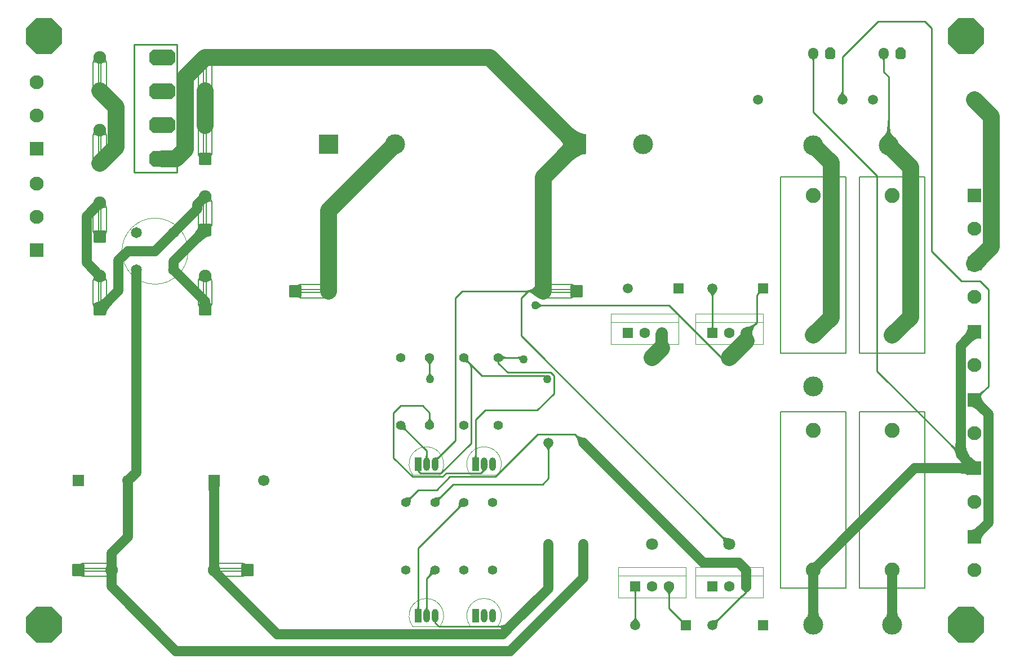
<source format=gtl>
G04*
G04 #@! TF.GenerationSoftware,Altium Limited,Altium Designer,18.0.7 (293)*
G04*
G04 Layer_Physical_Order=1*
G04 Layer_Color=255*
%FSLAX25Y25*%
%MOIN*%
G70*
G01*
G75*
%ADD10C,0.00787*%
%ADD12C,0.00500*%
%ADD13C,0.01000*%
%ADD20C,0.00197*%
%ADD21C,0.00394*%
%ADD22C,0.00300*%
%ADD46C,0.09843*%
%ADD47C,0.05906*%
%ADD48C,0.05906*%
%ADD49C,0.09843*%
%ADD50C,0.07000*%
%ADD51C,0.05906*%
%ADD52O,0.03937X0.07874*%
%ADD53R,0.03937X0.07874*%
%ADD54C,0.07087*%
%ADD55C,0.06496*%
G04:AMPARAMS|DCode=56|XSize=153.54mil|YSize=94.5mil|CornerRadius=0mil|HoleSize=0mil|Usage=FLASHONLY|Rotation=180.000|XOffset=0mil|YOffset=0mil|HoleType=Round|Shape=Octagon|*
%AMOCTAGOND56*
4,1,8,-0.07677,0.02363,-0.07677,-0.02363,-0.05315,-0.04725,0.05315,-0.04725,0.07677,-0.02363,0.07677,0.02363,0.05315,0.04725,-0.05315,0.04725,-0.07677,0.02363,0.0*
%
%ADD56OCTAGOND56*%

%ADD57R,0.08268X0.08268*%
%ADD58C,0.08268*%
%ADD59P,0.23438X8X22.5*%
%ADD60C,0.07500*%
G04:AMPARAMS|DCode=61|XSize=75mil|YSize=75mil|CornerRadius=9.38mil|HoleSize=0mil|Usage=FLASHONLY|Rotation=90.000|XOffset=0mil|YOffset=0mil|HoleType=Round|Shape=RoundedRectangle|*
%AMROUNDEDRECTD61*
21,1,0.07500,0.05625,0,0,90.0*
21,1,0.05625,0.07500,0,0,90.0*
1,1,0.01875,0.02813,0.02813*
1,1,0.01875,0.02813,-0.02813*
1,1,0.01875,-0.02813,-0.02813*
1,1,0.01875,-0.02813,0.02813*
%
%ADD61ROUNDEDRECTD61*%
G04:AMPARAMS|DCode=62|XSize=75mil|YSize=75mil|CornerRadius=9.38mil|HoleSize=0mil|Usage=FLASHONLY|Rotation=180.000|XOffset=0mil|YOffset=0mil|HoleType=Round|Shape=RoundedRectangle|*
%AMROUNDEDRECTD62*
21,1,0.07500,0.05625,0,0,180.0*
21,1,0.05625,0.07500,0,0,180.0*
1,1,0.01875,-0.02813,0.02813*
1,1,0.01875,0.02813,0.02813*
1,1,0.01875,0.02813,-0.02813*
1,1,0.01875,-0.02813,-0.02813*
%
%ADD62ROUNDEDRECTD62*%
%ADD63C,0.11811*%
%ADD64R,0.11811X0.11811*%
%ADD65O,0.06000X0.07000*%
G04:AMPARAMS|DCode=66|XSize=60mil|YSize=70mil|CornerRadius=0mil|HoleSize=0mil|Usage=FLASHONLY|Rotation=0.000|XOffset=0mil|YOffset=0mil|HoleType=Round|Shape=Octagon|*
%AMOCTAGOND66*
4,1,8,-0.01500,0.03500,0.01500,0.03500,0.03000,0.02000,0.03000,-0.02000,0.01500,-0.03500,-0.01500,-0.03500,-0.03000,-0.02000,-0.03000,0.02000,-0.01500,0.03500,0.0*
%
%ADD66OCTAGOND66*%

%ADD67C,0.06693*%
%ADD68R,0.06693X0.06693*%
%ADD69C,0.06299*%
%ADD70R,0.06299X0.06299*%
%ADD71C,0.08858*%
%ADD72C,0.05512*%
%ADD73R,0.05906X0.05906*%
%ADD74C,0.05000*%
G36*
X256078Y121396D02*
X255918Y121229D01*
X255671Y120926D01*
X255584Y120791D01*
X255521Y120665D01*
X255482Y120549D01*
X255468Y120444D01*
X255477Y120350D01*
X255511Y120265D01*
X255569Y120191D01*
X254154Y121583D01*
X254229Y121526D01*
X254315Y121493D01*
X254411Y121485D01*
X254517Y121500D01*
X254633Y121540D01*
X254760Y121604D01*
X254896Y121692D01*
X255044Y121804D01*
X255201Y121941D01*
X255368Y122101D01*
X256078Y121396D01*
D02*
G37*
G36*
X249180Y122361D02*
X249219Y121971D01*
X249253Y121813D01*
X249298Y121679D01*
X249352Y121569D01*
X249416Y121484D01*
X249490Y121423D01*
X249574Y121387D01*
X249667Y121374D01*
X247682D01*
X247776Y121387D01*
X247859Y121423D01*
X247933Y121484D01*
X247997Y121569D01*
X248051Y121679D01*
X248096Y121813D01*
X248130Y121971D01*
X248155Y122154D01*
X248170Y122361D01*
X248175Y122593D01*
X249175D01*
X249180Y122361D01*
D02*
G37*
G36*
X126293Y104481D02*
X126228Y104303D01*
X126171Y104008D01*
X126122Y103595D01*
X126045Y102414D01*
X125984Y98634D01*
X120079D01*
X120075Y99756D01*
X119770Y104481D01*
X119697Y104540D01*
X126366D01*
X126293Y104481D01*
D02*
G37*
G36*
X257114Y97850D02*
X256980Y97697D01*
X256861Y97517D01*
X256757Y97311D01*
X256667Y97080D01*
X256591Y96822D01*
X256530Y96539D01*
X256484Y96230D01*
X256451Y95894D01*
X256430Y95146D01*
X253702Y97874D01*
X254089Y97877D01*
X254786Y97927D01*
X255095Y97974D01*
X255379Y98035D01*
X255636Y98110D01*
X255868Y98200D01*
X256073Y98305D01*
X256253Y98424D01*
X256407Y98557D01*
X257114Y97850D01*
D02*
G37*
G36*
X240053D02*
X239920Y97697D01*
X239801Y97517D01*
X239696Y97311D01*
X239606Y97080D01*
X239531Y96822D01*
X239470Y96539D01*
X239423Y96230D01*
X239391Y95894D01*
X239370Y95146D01*
X236642Y97874D01*
X237029Y97877D01*
X237726Y97927D01*
X238035Y97974D01*
X238318Y98035D01*
X238576Y98110D01*
X238807Y98200D01*
X239013Y98305D01*
X239193Y98424D01*
X239346Y98557D01*
X240053Y97850D01*
D02*
G37*
G36*
X253647Y52362D02*
X253260Y52359D01*
X252563Y52309D01*
X252254Y52263D01*
X251970Y52202D01*
X251713Y52126D01*
X251481Y52036D01*
X251276Y51932D01*
X251096Y51812D01*
X250942Y51679D01*
X250235Y52386D01*
X250369Y52540D01*
X250488Y52719D01*
X250592Y52925D01*
X250682Y53157D01*
X250758Y53414D01*
X250819Y53697D01*
X250866Y54007D01*
X250898Y54342D01*
X250919Y55091D01*
X253647Y52362D01*
D02*
G37*
G36*
X244180Y32686D02*
X244195Y32513D01*
X244220Y32362D01*
X244255Y32230D01*
X244300Y32119D01*
X244355Y32028D01*
X244420Y31957D01*
X244495Y31906D01*
X244580Y31876D01*
X244675Y31866D01*
X242675D01*
X242770Y31876D01*
X242855Y31906D01*
X242930Y31957D01*
X242995Y32028D01*
X243050Y32119D01*
X243095Y32230D01*
X243130Y32362D01*
X243155Y32513D01*
X243170Y32686D01*
X243175Y32878D01*
X244175D01*
X244180Y32686D01*
D02*
G37*
G36*
X249180Y32597D02*
X249219Y32208D01*
X249253Y32049D01*
X249298Y31915D01*
X249352Y31806D01*
X249416Y31720D01*
X249490Y31659D01*
X249574Y31623D01*
X249667Y31611D01*
X247682D01*
X247776Y31623D01*
X247859Y31659D01*
X247933Y31720D01*
X247997Y31806D01*
X248051Y31915D01*
X248096Y32049D01*
X248130Y32208D01*
X248155Y32390D01*
X248170Y32597D01*
X248175Y32829D01*
X249175D01*
X249180Y32597D01*
D02*
G37*
G36*
X296185Y21316D02*
X298272Y21500D01*
X300374Y19426D01*
X300360Y19412D01*
X291613Y19017D01*
X292287Y19731D01*
X292534Y20028D01*
X292722Y20286D01*
X292850Y20504D01*
X292918Y20683D01*
X292923Y20756D01*
X292219Y20857D01*
X290448Y20984D01*
X289456Y21000D01*
Y22000D01*
X290448Y22016D01*
X292219Y22143D01*
X292999Y22254D01*
X293707Y22397D01*
X294345Y22572D01*
X294911Y22779D01*
X295407Y23017D01*
X295831Y23287D01*
X296185Y23589D01*
Y21316D01*
D02*
G37*
G36*
X267296Y92386D02*
X267429Y92540D01*
X267548Y92719D01*
X267653Y92925D01*
X267743Y93156D01*
X267818Y93414D01*
X267879Y93697D01*
X267926Y94007D01*
X267958Y94342D01*
X267979Y95091D01*
X270707Y92362D01*
X270320Y92359D01*
X269623Y92309D01*
X269314Y92263D01*
X269031Y92202D01*
X268773Y92126D01*
X268542Y92036D01*
X268336Y91931D01*
X268156Y91812D01*
X268003Y91679D01*
X267296Y92386D01*
D02*
G37*
G36*
X281185Y113297D02*
X281356Y113475D01*
X281604Y113780D01*
X281681Y113906D01*
X281727Y114016D01*
X281740Y114108D01*
X281723Y114183D01*
X281675Y114240D01*
X281594Y114281D01*
X281483Y114304D01*
X283782Y114039D01*
X283633Y113974D01*
X283343Y113825D01*
X283202Y113741D01*
X282928Y113555D01*
X282795Y113453D01*
X282537Y113231D01*
X282413Y113110D01*
X281185Y113297D01*
D02*
G37*
G36*
X278295Y122642D02*
X278300Y122449D01*
X278315Y122277D01*
X278340Y122125D01*
X278375Y121994D01*
X278420Y121883D01*
X278475Y121792D01*
X278540Y121721D01*
X278615Y121670D01*
X278700Y121640D01*
X278795Y121630D01*
X276795D01*
X276890Y121640D01*
X276975Y121670D01*
X277050Y121721D01*
X277115Y121792D01*
X277170Y121883D01*
X277215Y121994D01*
X277250Y122125D01*
X277275Y122277D01*
X277290Y122449D01*
X277295Y122642D01*
X278295D01*
D02*
G37*
G36*
X320366Y125791D02*
X320351Y126003D01*
X320304Y126225D01*
X320225Y126458D01*
X320115Y126700D01*
X319974Y126953D01*
X319802Y127215D01*
X319598Y127487D01*
X319097Y128061D01*
X318799Y128364D01*
X322933D01*
X322635Y128061D01*
X322134Y127487D01*
X321930Y127215D01*
X321758Y126953D01*
X321617Y126700D01*
X321507Y126458D01*
X321429Y126225D01*
X321382Y126003D01*
X321366Y125791D01*
X320366D01*
D02*
G37*
G36*
X337187Y135356D02*
X337623Y134995D01*
X338074Y134671D01*
X338538Y134382D01*
X339016Y134130D01*
X339509Y133914D01*
X340016Y133734D01*
X340536Y133590D01*
X341071Y133483D01*
X341619Y133412D01*
X338399Y130192D01*
X338328Y130740D01*
X338221Y131275D01*
X338077Y131796D01*
X337897Y132302D01*
X337681Y132795D01*
X337429Y133273D01*
X337140Y133737D01*
X336816Y134188D01*
X336455Y134624D01*
X336057Y135047D01*
X336765Y135754D01*
X337187Y135356D01*
D02*
G37*
G36*
X120890Y252615D02*
X120218Y252453D01*
X119542Y252232D01*
X118860Y251953D01*
X118174Y251616D01*
X117484Y251220D01*
X116788Y250766D01*
X116088Y250254D01*
X114674Y249054D01*
X113961Y248367D01*
X109785Y252543D01*
X110472Y253257D01*
X111671Y254671D01*
X112183Y255371D01*
X112637Y256066D01*
X113033Y256757D01*
X113370Y257443D01*
X113649Y258124D01*
X113870Y258801D01*
X114032Y259473D01*
X120890Y252615D01*
D02*
G37*
G36*
X63444Y213205D02*
X62757Y212491D01*
X61557Y211077D01*
X61045Y210377D01*
X60591Y209682D01*
X60195Y208991D01*
X59858Y208305D01*
X59579Y207624D01*
X59359Y206947D01*
X59196Y206275D01*
X52338Y213133D01*
X53010Y213295D01*
X53687Y213516D01*
X54368Y213795D01*
X55054Y214132D01*
X55745Y214528D01*
X56440Y214982D01*
X57140Y215494D01*
X58554Y216694D01*
X59268Y217381D01*
X63444Y213205D01*
D02*
G37*
G36*
X291737Y177999D02*
X291731Y177983D01*
X291725Y177956D01*
X291721Y177920D01*
X291713Y177817D01*
X291707Y177493D01*
X290707D01*
X290707Y177589D01*
X290684Y177983D01*
X290678Y177999D01*
X290671Y178006D01*
X291744D01*
X291737Y177999D01*
D02*
G37*
G36*
X273494Y180294D02*
X273544Y179597D01*
X273590Y179288D01*
X273652Y179004D01*
X273727Y178747D01*
X273817Y178515D01*
X273922Y178310D01*
X274041Y178130D01*
X274174Y177977D01*
X273467Y177269D01*
X273313Y177403D01*
X273134Y177522D01*
X272928Y177626D01*
X272697Y177716D01*
X272439Y177792D01*
X272156Y177853D01*
X271846Y177900D01*
X271511Y177932D01*
X270763Y177953D01*
X273491Y180681D01*
X273494Y180294D01*
D02*
G37*
G36*
X252314Y178464D02*
X251856Y177936D01*
X251671Y177685D01*
X251514Y177441D01*
X251385Y177206D01*
X251285Y176978D01*
X251213Y176759D01*
X251170Y176548D01*
X251156Y176345D01*
X250156D01*
X250142Y176548D01*
X250099Y176759D01*
X250028Y176978D01*
X249927Y177206D01*
X249799Y177441D01*
X249642Y177685D01*
X249456Y177936D01*
X249242Y178196D01*
X248727Y178741D01*
X252585D01*
X252314Y178464D01*
D02*
G37*
G36*
X275000Y176444D02*
X276207Y174529D01*
X276073Y174654D01*
X275953Y174744D01*
X275847Y174800D01*
X275755Y174822D01*
X275677Y174810D01*
X275613Y174763D01*
X275564Y174683D01*
X275528Y174568D01*
X275507Y174419D01*
X275500Y174237D01*
X274500Y175236D01*
X274493Y175434D01*
X274472Y175625D01*
X274436Y175810D01*
X274387Y175990D01*
X274323Y176163D01*
X274245Y176331D01*
X274153Y176493D01*
X274047Y176649D01*
X273927Y176799D01*
X273793Y176944D01*
X275000Y176444D01*
D02*
G37*
G36*
X251169Y171766D02*
X251207Y171569D01*
X251270Y171367D01*
X251358Y171160D01*
X251472Y170949D01*
X251611Y170732D01*
X251775Y170510D01*
X251964Y170284D01*
X252418Y169816D01*
X248919Y169754D01*
X249154Y170002D01*
X249550Y170479D01*
X249711Y170707D01*
X249847Y170929D01*
X249958Y171144D01*
X250045Y171353D01*
X250107Y171555D01*
X250144Y171751D01*
X250156Y171940D01*
X251156Y171958D01*
X251169Y171766D01*
D02*
G37*
G36*
X251170Y144869D02*
X251213Y144658D01*
X251285Y144439D01*
X251385Y144211D01*
X251514Y143976D01*
X251671Y143732D01*
X251856Y143481D01*
X252071Y143221D01*
X252585Y142677D01*
X248727D01*
X248999Y142953D01*
X249456Y143481D01*
X249642Y143732D01*
X249799Y143976D01*
X249927Y144211D01*
X250028Y144439D01*
X250099Y144658D01*
X250142Y144869D01*
X250156Y145072D01*
X251156D01*
X251170Y144869D01*
D02*
G37*
G36*
X236355Y140294D02*
X236405Y139597D01*
X236451Y139288D01*
X236512Y139004D01*
X236588Y138747D01*
X236678Y138515D01*
X236783Y138310D01*
X236901Y138130D01*
X237035Y137977D01*
X236328Y137269D01*
X236174Y137403D01*
X235995Y137522D01*
X235789Y137626D01*
X235558Y137716D01*
X235300Y137792D01*
X235017Y137853D01*
X234707Y137900D01*
X234372Y137932D01*
X233623Y137953D01*
X236352Y140681D01*
X236355Y140294D01*
D02*
G37*
G36*
X332879Y318618D02*
X335492Y316390D01*
X336735Y315486D01*
X337935Y314720D01*
X339092Y314094D01*
X340207Y313607D01*
X341279Y313259D01*
X342308Y313050D01*
X343295Y312980D01*
X337402Y307087D01*
X343295Y301193D01*
X342308Y301123D01*
X341279Y300915D01*
X340207Y300567D01*
X339092Y300079D01*
X337935Y299453D01*
X336735Y298688D01*
X335492Y297783D01*
X334207Y296739D01*
X331508Y294233D01*
X324548Y301193D01*
X325871Y302564D01*
X328098Y305177D01*
X329003Y306420D01*
X329428Y307087D01*
X329003Y307753D01*
X328098Y308996D01*
X327054Y310281D01*
X324548Y312980D01*
X331508Y319940D01*
X332879Y318618D01*
D02*
G37*
G36*
X314754Y222422D02*
X315039Y222704D01*
Y217454D01*
X314754Y217735D01*
Y216149D01*
X313876Y216801D01*
X310436Y219030D01*
X309938Y219270D01*
X309504Y219442D01*
X309348Y219485D01*
X309279Y219466D01*
X309105Y219402D01*
X308938Y219324D01*
X308776Y219232D01*
X308620Y219126D01*
X308469Y219006D01*
X308325Y218872D01*
X306911D01*
X307035Y219006D01*
X307125Y219126D01*
X307181Y219232D01*
X307203Y219324D01*
X307191Y219402D01*
X307145Y219466D01*
X307064Y219515D01*
X306950Y219550D01*
X306801Y219572D01*
X306618Y219579D01*
X308825Y220579D01*
X309133Y220613D01*
X309504Y220716D01*
X309938Y220887D01*
X310436Y221128D01*
X310997Y221436D01*
X312310Y222259D01*
X314754Y224009D01*
Y222422D01*
D02*
G37*
G36*
X315228Y213112D02*
X315695Y212713D01*
X315920Y212550D01*
X316139Y212413D01*
X316353Y212300D01*
X316560Y212212D01*
X316762Y212150D01*
X316959Y212112D01*
X317149Y212100D01*
Y211100D01*
X316959Y211087D01*
X316762Y211050D01*
X316560Y210987D01*
X316353Y210900D01*
X316139Y210788D01*
X315920Y210650D01*
X315695Y210488D01*
X315464Y210300D01*
X314985Y209850D01*
Y213350D01*
X315228Y213112D01*
D02*
G37*
G36*
X303891Y178831D02*
X303807Y179093D01*
X303709Y179327D01*
X303596Y179534D01*
X303469Y179713D01*
X303328Y179864D01*
X303172Y179988D01*
X303001Y180085D01*
X302816Y180154D01*
X302617Y180195D01*
X302402Y180209D01*
X302975Y181209D01*
X303106Y181215D01*
X303265Y181235D01*
X303661Y181314D01*
X304165Y181445D01*
X305493Y181866D01*
X303891Y178831D01*
D02*
G37*
G36*
X293452Y182366D02*
X293980Y181909D01*
X294231Y181723D01*
X294475Y181566D01*
X294710Y181437D01*
X294938Y181337D01*
X295157Y181266D01*
X295368Y181223D01*
X295571Y181209D01*
Y180209D01*
X295368Y180194D01*
X295157Y180151D01*
X294938Y180080D01*
X294710Y179980D01*
X294475Y179851D01*
X294231Y179694D01*
X293980Y179508D01*
X293720Y179294D01*
X293176Y178779D01*
Y182638D01*
X293452Y182366D01*
D02*
G37*
G36*
X567653Y130444D02*
X567695Y129280D01*
X567820Y128151D01*
X568029Y127057D01*
X568321Y125996D01*
X568697Y124971D01*
X569156Y123980D01*
X569699Y123024D01*
X570325Y122102D01*
X570666Y121676D01*
X572000Y120537D01*
X572928Y119877D01*
X573772Y119378D01*
X574533Y119040D01*
X575210Y118862D01*
X575803Y118844D01*
X576313Y118987D01*
X576738Y119291D01*
X568725Y111277D01*
X569028Y111703D01*
X569171Y112212D01*
X569154Y112806D01*
X568976Y113482D01*
X568713Y114073D01*
Y111059D01*
X568654Y111281D01*
X568476Y111480D01*
X568181Y111655D01*
X567768Y111807D01*
X567236Y111936D01*
X566587Y112041D01*
X565819Y112123D01*
X563929Y112217D01*
X562807Y112228D01*
Y118134D01*
X563929Y118146D01*
X565518Y118250D01*
X564537Y119303D01*
X567422Y122188D01*
X564700Y123316D01*
X563354Y124921D01*
X561747Y123314D01*
X561711Y123777D01*
X561601Y124269D01*
X561420Y124788D01*
X561165Y125334D01*
X560838Y125909D01*
X560438Y126511D01*
X559966Y127140D01*
X558803Y128483D01*
X558113Y129196D01*
X558820Y129903D01*
X559533Y129212D01*
X560875Y128050D01*
X561323Y127714D01*
X561401Y127853D01*
X561493Y128175D01*
X561740Y131766D01*
X561747Y132881D01*
X567653Y130444D01*
D02*
G37*
G36*
X581132Y78925D02*
X579986Y77739D01*
X578178Y75620D01*
X577516Y74685D01*
X577017Y73835D01*
X576679Y73068D01*
X576503Y72385D01*
X576488Y71785D01*
X576635Y71270D01*
X576944Y70838D01*
X568869Y78913D01*
X569301Y78604D01*
X569817Y78457D01*
X570416Y78471D01*
X571099Y78647D01*
X571866Y78985D01*
X572717Y79485D01*
X573651Y80146D01*
X574669Y80969D01*
X576957Y83101D01*
X581132Y78925D01*
D02*
G37*
G36*
X424507Y74654D02*
X424729Y74515D01*
X424991Y74393D01*
X425292Y74288D01*
X425632Y74200D01*
X426011Y74129D01*
X426429Y74075D01*
X427382Y74019D01*
X427917Y74015D01*
X424410Y70508D01*
X424407Y71043D01*
X424350Y71996D01*
X424296Y72414D01*
X424225Y72793D01*
X424137Y73133D01*
X424032Y73434D01*
X423910Y73696D01*
X423771Y73919D01*
X423616Y74103D01*
X424323Y74810D01*
X424507Y74654D01*
D02*
G37*
G36*
X483860Y57244D02*
X481988Y55163D01*
X477603Y59547D01*
X477661Y59566D01*
X477753Y59621D01*
X477877Y59715D01*
X478227Y60014D01*
X479326Y61063D01*
X479685Y61420D01*
X483860Y57244D01*
D02*
G37*
G36*
X527301Y51901D02*
X527276Y51797D01*
X527253Y51643D01*
X527218Y51184D01*
X527183Y49665D01*
X527181Y49159D01*
X521276D01*
X521128Y51955D01*
X527329D01*
X527301Y51901D01*
D02*
G37*
G36*
X480631D02*
X480606Y51797D01*
X480584Y51643D01*
X480549Y51184D01*
X480513Y49665D01*
X480512Y49159D01*
X474606D01*
X474459Y51955D01*
X480659D01*
X480631Y51901D01*
D02*
G37*
G36*
X439864Y42975D02*
X438889Y41999D01*
X438732Y41890D01*
X438610Y41836D01*
X438522Y41837D01*
X438470Y41891D01*
X438453Y42000D01*
X437453D01*
X437435Y41891D01*
X437383Y41837D01*
X437296Y41836D01*
X437174Y41890D01*
X437017Y41999D01*
X436825Y42161D01*
X436599Y42378D01*
X436041Y42975D01*
X435710Y43355D01*
X440196D01*
X439864Y42975D01*
D02*
G37*
G36*
X373188Y42128D02*
X373103Y42098D01*
X373028Y42048D01*
X372963Y41978D01*
X372908Y41888D01*
X372863Y41778D01*
X372828Y41648D01*
X372803Y41498D01*
X372788Y41328D01*
X372783Y41138D01*
X371783D01*
X371778Y41328D01*
X371763Y41498D01*
X371738Y41648D01*
X371703Y41778D01*
X371658Y41888D01*
X371603Y41978D01*
X371538Y42048D01*
X371463Y42098D01*
X371378Y42128D01*
X371283Y42138D01*
X373283D01*
X373188Y42128D01*
D02*
G37*
G36*
X394164Y42698D02*
X393619Y42077D01*
X393397Y41784D01*
X393210Y41503D01*
X393056Y41234D01*
X392937Y40977D01*
X392852Y40731D01*
X392800Y40498D01*
X392783Y40276D01*
X391783D01*
X391766Y40498D01*
X391715Y40731D01*
X391630Y40977D01*
X391511Y41234D01*
X391357Y41503D01*
X391170Y41784D01*
X390948Y42077D01*
X390403Y42698D01*
X390079Y43026D01*
X394488D01*
X394164Y42698D01*
D02*
G37*
G36*
X527193Y30660D02*
X527287Y29517D01*
X527370Y29009D01*
X527476Y28544D01*
X527606Y28121D01*
X527760Y27741D01*
X527937Y27403D01*
X528138Y27108D01*
X528362Y26855D01*
X520094D01*
X520319Y27108D01*
X520520Y27403D01*
X520697Y27741D01*
X520851Y28121D01*
X520980Y28544D01*
X521087Y29009D01*
X521169Y29517D01*
X521228Y30067D01*
X521276Y31295D01*
X527181D01*
X527193Y30660D01*
D02*
G37*
G36*
X480524D02*
X480618Y29517D01*
X480701Y29009D01*
X480807Y28544D01*
X480937Y28121D01*
X481090Y27741D01*
X481268Y27403D01*
X481468Y27108D01*
X481693Y26855D01*
X473425D01*
X473650Y27108D01*
X473850Y27403D01*
X474027Y27741D01*
X474181Y28121D01*
X474311Y28544D01*
X474417Y29009D01*
X474500Y29517D01*
X474559Y30067D01*
X474606Y31295D01*
X480512D01*
X480524Y30660D01*
D02*
G37*
G36*
X372800Y27120D02*
X372816Y26908D01*
X372863Y26686D01*
X372941Y26454D01*
X373050Y26211D01*
X373190Y25958D01*
X373362Y25694D01*
X373566Y25421D01*
X374065Y24843D01*
X374362Y24538D01*
X370228Y24561D01*
X370527Y24861D01*
X371030Y25432D01*
X371234Y25703D01*
X371407Y25964D01*
X371549Y26216D01*
X371659Y26458D01*
X371737Y26690D01*
X371784Y26913D01*
X371800Y27126D01*
X372800Y27120D01*
D02*
G37*
G36*
X399549Y25890D02*
X399918Y25576D01*
X400081Y25462D01*
X400230Y25376D01*
X400364Y25318D01*
X400484Y25289D01*
X400589Y25287D01*
X400680Y25314D01*
X400757Y25370D01*
X399355Y23968D01*
X399410Y24044D01*
X399437Y24135D01*
X399436Y24241D01*
X399406Y24361D01*
X399349Y24495D01*
X399263Y24644D01*
X399148Y24806D01*
X399006Y24984D01*
X398636Y25382D01*
X399343Y26089D01*
X399549Y25890D01*
D02*
G37*
G36*
X421617Y25398D02*
X421478Y25237D01*
X421354Y25046D01*
X421245Y24826D01*
X421151Y24577D01*
X421072Y24299D01*
X421009Y23992D01*
X420960Y23655D01*
X420909Y22895D01*
X420905Y22470D01*
X417982Y25394D01*
X418406Y25397D01*
X419167Y25448D01*
X419504Y25497D01*
X419811Y25561D01*
X420089Y25639D01*
X420338Y25733D01*
X420558Y25842D01*
X420749Y25966D01*
X420910Y26105D01*
X421617Y25398D01*
D02*
G37*
G36*
X391295Y195276D02*
X391300Y194220D01*
X391568Y189612D01*
X391640Y189350D01*
X391721Y189188D01*
X383869D01*
X383950Y189350D01*
X384022Y189612D01*
X384086Y189972D01*
X384142Y190432D01*
X384257Y192408D01*
X384295Y195276D01*
X391295D01*
D02*
G37*
G36*
X418453Y199413D02*
X418458Y199221D01*
X418473Y199049D01*
X418498Y198897D01*
X418533Y198766D01*
X418578Y198654D01*
X418633Y198563D01*
X418698Y198492D01*
X418773Y198442D01*
X418858Y198411D01*
X418953Y198401D01*
X416953D01*
X417048Y198411D01*
X417133Y198442D01*
X417208Y198492D01*
X417273Y198563D01*
X417328Y198654D01*
X417373Y198766D01*
X417408Y198897D01*
X417433Y199049D01*
X417448Y199221D01*
X417453Y199413D01*
X418453D01*
D02*
G37*
G36*
X423191Y181209D02*
X423407Y181218D01*
X423608Y181245D01*
X423795Y181291D01*
X423968Y181356D01*
X424126Y181439D01*
X424271Y181540D01*
X424401Y181660D01*
X424517Y181798D01*
X424619Y181955D01*
X424707Y182130D01*
Y179288D01*
X424619Y179463D01*
X424517Y179619D01*
X424401Y179757D01*
X424271Y179877D01*
X424126Y179978D01*
X423968Y180061D01*
X423795Y180126D01*
X423608Y180172D01*
X423407Y180199D01*
X423191Y180209D01*
Y181209D01*
D02*
G37*
G36*
X444353Y200969D02*
X443852Y200437D01*
X443397Y199889D01*
X442988Y199327D01*
X442627Y198750D01*
X442312Y198158D01*
X442044Y197552D01*
X441823Y196931D01*
X441648Y196294D01*
X441521Y195644D01*
X441440Y194978D01*
X441102Y195316D01*
X441102Y195307D01*
X437984Y198425D01*
X437993Y198425D01*
X437655Y198763D01*
X438321Y198844D01*
X438972Y198971D01*
X439608Y199146D01*
X440229Y199367D01*
X440836Y199635D01*
X441427Y199950D01*
X442004Y200311D01*
X442566Y200719D01*
X443114Y201174D01*
X443646Y201676D01*
X444353Y200969D01*
D02*
G37*
G36*
X576738Y191815D02*
X576311Y192120D01*
X575801Y192264D01*
X575208Y192248D01*
X574530Y192071D01*
X573769Y191734D01*
X572925Y191236D01*
X571997Y190577D01*
X570986Y189759D01*
X568713Y187639D01*
X564537Y191815D01*
X565677Y192993D01*
X567475Y195100D01*
X568133Y196028D01*
X568631Y196872D01*
X568968Y197633D01*
X569145Y198310D01*
X569162Y198904D01*
X569018Y199414D01*
X568713Y199841D01*
X576738Y191815D01*
D02*
G37*
G36*
X579422Y161439D02*
X578731Y160726D01*
X577569Y159384D01*
X577096Y158754D01*
X576869Y158411D01*
X576889Y158343D01*
X576944Y158267D01*
X576841Y158370D01*
X576697Y158152D01*
X576537Y157872D01*
X576686Y157292D01*
X577023Y156525D01*
X577521Y155674D01*
X578181Y154740D01*
X579003Y153723D01*
X581132Y151437D01*
X576957Y147261D01*
X575772Y148407D01*
X573653Y150212D01*
X572719Y150873D01*
X571869Y151371D01*
X571102Y151708D01*
X570419Y151883D01*
X569819Y151896D01*
X569302Y151747D01*
X568869Y151437D01*
X574388Y156956D01*
X572833Y158512D01*
X573296Y158548D01*
X573788Y158658D01*
X574307Y158839D01*
X574853Y159094D01*
X575428Y159421D01*
X575645Y159566D01*
X575542Y159669D01*
X575619Y159614D01*
X575687Y159593D01*
X576030Y159821D01*
X576659Y160293D01*
X578002Y161456D01*
X578715Y162146D01*
X579422Y161439D01*
D02*
G37*
G36*
X417453Y216972D02*
X417437Y217184D01*
X417390Y217407D01*
X417312Y217639D01*
X417202Y217881D01*
X417061Y218134D01*
X416889Y218396D01*
X416685Y218668D01*
X416184Y219243D01*
X415886Y219545D01*
X420020D01*
X419722Y219243D01*
X419221Y218668D01*
X419017Y218396D01*
X418845Y218134D01*
X418704Y217881D01*
X418594Y217639D01*
X418515Y217407D01*
X418469Y217184D01*
X418453Y216972D01*
X417453D01*
D02*
G37*
G36*
X444305Y218713D02*
X444503Y218918D01*
X444814Y219286D01*
X444927Y219448D01*
X445012Y219597D01*
X445069Y219731D01*
X445097Y219851D01*
Y219957D01*
X445069Y220049D01*
X445012Y220127D01*
X446426Y218713D01*
X446348Y218769D01*
X446257Y218798D01*
X446150D01*
X446030Y218769D01*
X445896Y218713D01*
X445747Y218628D01*
X445585Y218515D01*
X445408Y218373D01*
X445012Y218006D01*
X444305Y218713D01*
D02*
G37*
G36*
X495185Y338146D02*
X495201Y337934D01*
X495248Y337712D01*
X495326Y337479D01*
X495436Y337237D01*
X495577Y336984D01*
X495749Y336722D01*
X495953Y336450D01*
X496454Y335876D01*
X496752Y335573D01*
X492618D01*
X492916Y335876D01*
X493417Y336450D01*
X493621Y336722D01*
X493793Y336984D01*
X493934Y337237D01*
X494044Y337479D01*
X494122Y337712D01*
X494169Y337934D01*
X494185Y338146D01*
X495185D01*
D02*
G37*
G36*
X477059Y356177D02*
X477054Y356395D01*
X477039Y356589D01*
X477014Y356761D01*
X476980Y356910D01*
X476935Y357036D01*
X476880Y357139D01*
X476816Y357219D01*
X476741Y357277D01*
X476657Y357311D01*
X476562Y357322D01*
X478555D01*
X478461Y357311D01*
X478377Y357277D01*
X478302Y357219D01*
X478238Y357139D01*
X478183Y357036D01*
X478138Y356910D01*
X478104Y356761D01*
X478079Y356589D01*
X478064Y356395D01*
X478059Y356177D01*
X477059D01*
D02*
G37*
G36*
X520131Y357311D02*
X520046Y357277D01*
X519972Y357219D01*
X519907Y357139D01*
X519852Y357036D01*
X519808Y356910D01*
X519773Y356761D01*
X519748Y356589D01*
X519733Y356395D01*
X519728Y356177D01*
X518728D01*
X518723Y356395D01*
X518709Y356589D01*
X518684Y356761D01*
X518649Y356910D01*
X518604Y357036D01*
X518550Y357139D01*
X518485Y357219D01*
X518411Y357277D01*
X518326Y357311D01*
X518232Y357322D01*
X520225D01*
X520131Y357311D01*
D02*
G37*
G36*
X522577Y319435D02*
X522816Y316549D01*
X523024Y315264D01*
X523293Y314085D01*
X523428Y313643D01*
X523456Y313600D01*
X523855Y313060D01*
X524873Y311865D01*
X526181Y310517D01*
X524902D01*
X524963Y310427D01*
X525529Y309777D01*
X518565D01*
X519132Y310427D01*
X519192Y310517D01*
X517913D01*
X518604Y311210D01*
X520239Y313060D01*
X520639Y313600D01*
X520667Y313643D01*
X520802Y314085D01*
X521070Y315264D01*
X521279Y316549D01*
X521428Y317939D01*
X521547Y321038D01*
X522547D01*
X522577Y319435D01*
D02*
G37*
G36*
X583916Y240437D02*
X582594Y239102D01*
X577583Y233474D01*
X577235Y232934D01*
X577026Y232507D01*
X576957Y232193D01*
X568713Y240437D01*
X569026Y240507D01*
X569453Y240715D01*
X569994Y241063D01*
X570648Y241550D01*
X572297Y242942D01*
X575621Y246074D01*
X576957Y247397D01*
X583916Y240437D01*
D02*
G37*
D10*
X458268Y44291D02*
Y148622D01*
X496850D01*
Y44291D02*
Y148622D01*
X458268Y44291D02*
X496850D01*
X504937Y183189D02*
Y287520D01*
X543520D01*
Y183189D02*
Y287520D01*
X504937Y183189D02*
X543520D01*
X504937Y44291D02*
Y148622D01*
X543520D01*
Y44291D02*
Y148622D01*
X504937Y44291D02*
X543520D01*
X458268Y183189D02*
Y287520D01*
X496850D01*
Y183189D02*
Y287520D01*
X458268Y183189D02*
X496850D01*
D12*
X114872Y299325D02*
G03*
X116863Y298269I1976J1321D01*
G01*
X118571Y298268D02*
G03*
X120545Y299305I11J2376D01*
G01*
X116862Y317953D02*
G03*
X114888Y316915I-11J-2376D01*
G01*
X120562Y316896D02*
G03*
X118570Y317951I-1976J-1321D01*
G01*
X114034Y315462D02*
G03*
X113768Y315197I87J-354D01*
G01*
X116918Y315272D02*
G03*
X114034Y315462I-4288J-43031D01*
G01*
X116918Y300949D02*
G03*
X114034Y300759I41749J-654584D01*
G01*
X113768Y301024D02*
G03*
X114034Y300759I357J92D01*
G01*
X118516Y315272D02*
G03*
X121399Y315462I-41797J655314D01*
G01*
X121665Y315197D02*
G03*
X121399Y315462I-357J-92D01*
G01*
X121399Y300759D02*
G03*
X121665Y301024I-87J354D01*
G01*
X118516Y300949D02*
G03*
X121399Y300759I4288J43031D01*
G01*
X116918Y300420D02*
G03*
X115656Y299252I3661J-5218D01*
G01*
X113768Y301024D02*
G03*
X115540Y299252I1772J0D01*
G01*
X121665Y315197D02*
G03*
X119894Y316968I-1772J0D01*
G01*
X115540D02*
G03*
X113768Y315197I0J-1772D01*
G01*
X119894Y299252D02*
G03*
X121665Y301024I0J1772D01*
G01*
X116535Y298268D02*
G03*
X118898Y298268I1181J0D01*
G01*
Y317953D02*
G03*
X116535Y317953I-1181J0D01*
G01*
X120562Y357211D02*
G03*
X118570Y358266I-1976J-1321D01*
G01*
X116862Y358268D02*
G03*
X114888Y357230I-11J-2376D01*
G01*
X118571Y338583D02*
G03*
X120545Y339620I11J2376D01*
G01*
X114872Y339640D02*
G03*
X116863Y338584I1976J1321D01*
G01*
X121399Y341073D02*
G03*
X121665Y341339I-87J354D01*
G01*
X118516Y341264D02*
G03*
X121399Y341073I4288J43031D01*
G01*
X118516Y355587D02*
G03*
X121399Y355777I-41749J654584D01*
G01*
X121665Y355512D02*
G03*
X121399Y355777I-357J-92D01*
G01*
X116918Y341264D02*
G03*
X114034Y341073I41797J-655314D01*
G01*
X113768Y341339D02*
G03*
X114034Y341073I357J92D01*
G01*
X114034Y355777D02*
G03*
X113768Y355512I87J-354D01*
G01*
X116918Y355587D02*
G03*
X114034Y355777I-4288J-43031D01*
G01*
X118516Y356115D02*
G03*
X119777Y357283I-3661J5218D01*
G01*
X121665Y355512D02*
G03*
X119894Y357283I-1772J0D01*
G01*
X113768Y341339D02*
G03*
X115540Y339567I1772J0D01*
G01*
X119894D02*
G03*
X121665Y341339I0J1772D01*
G01*
X115540Y357283D02*
G03*
X113768Y355512I0J-1772D01*
G01*
X118898Y358268D02*
G03*
X116535Y358268I-1181J0D01*
G01*
Y338583D02*
G03*
X118898Y338583I1181J0D01*
G01*
X336345Y217234D02*
G03*
X337400Y219226I-1321J1976D01*
G01*
X337402Y220933D02*
G03*
X336364Y222907I-2376J11D01*
G01*
X317717Y219224D02*
G03*
X318754Y217250I2376J-11D01*
G01*
X318773Y222924D02*
G03*
X317718Y220932I1321J-1976D01*
G01*
X320207Y216396D02*
G03*
X320472Y216130I354J87D01*
G01*
X320398Y219280D02*
G03*
X320207Y216396I43031J-4288D01*
G01*
X334720Y219280D02*
G03*
X334911Y216396I654584J41749D01*
G01*
X334646Y216130D02*
G03*
X334911Y216396I-92J357D01*
G01*
X320398Y220878D02*
G03*
X320207Y223761I-655314J-41797D01*
G01*
X320472Y224027D02*
G03*
X320207Y223761I92J-357D01*
G01*
X334911Y223761D02*
G03*
X334646Y224027I-354J-87D01*
G01*
X334720Y220878D02*
G03*
X334911Y223761I-43031J4288D01*
G01*
X335249Y219280D02*
G03*
X336417Y218018I5218J3661D01*
G01*
X334646Y216130D02*
G03*
X336417Y217902I0J1772D01*
G01*
X320472Y224027D02*
G03*
X318701Y222256I0J-1772D01*
G01*
Y217902D02*
G03*
X320472Y216130I1772J0D01*
G01*
X336417Y222256D02*
G03*
X334646Y224027I-1772J0D01*
G01*
X337402Y218898D02*
G03*
X337402Y221260I0J1181D01*
G01*
X317717D02*
G03*
X317717Y218898I0J-1181D01*
G01*
X172317Y222924D02*
G03*
X171261Y220932I1321J-1976D01*
G01*
X171260Y219224D02*
G03*
X172298Y217250I2376J-11D01*
G01*
X190945Y220933D02*
G03*
X189907Y222907I-2376J11D01*
G01*
X189888Y217234D02*
G03*
X190944Y219226I-1321J1976D01*
G01*
X188454Y223761D02*
G03*
X188189Y224027I-354J-87D01*
G01*
X188264Y220878D02*
G03*
X188454Y223761I-43031J4288D01*
G01*
X173941Y220878D02*
G03*
X173751Y223761I-654584J-41749D01*
G01*
X174016Y224027D02*
G03*
X173751Y223761I92J-357D01*
G01*
X188264Y219280D02*
G03*
X188454Y216396I655314J41797D01*
G01*
X188189Y216130D02*
G03*
X188454Y216396I-92J357D01*
G01*
X173751Y216396D02*
G03*
X174016Y216130I354J87D01*
G01*
X173941Y219280D02*
G03*
X173751Y216396I43031J-4288D01*
G01*
X173412Y220878D02*
G03*
X172244Y222139I-5218J-3661D01*
G01*
X174016Y224027D02*
G03*
X172244Y222256I0J-1772D01*
G01*
X188189Y216130D02*
G03*
X189961Y217902I0J1772D01*
G01*
Y222256D02*
G03*
X188189Y224027I-1772J0D01*
G01*
X172244Y217902D02*
G03*
X174016Y216130I1772J0D01*
G01*
X171260Y221260D02*
G03*
X171260Y218898I0J-1181D01*
G01*
X190945D02*
G03*
X190945Y221260I0J1181D01*
G01*
X52667Y296595D02*
G03*
X54659Y295539I1976J1321D01*
G01*
X56366Y295538D02*
G03*
X58340Y296576I11J2376D01*
G01*
X54657Y315223D02*
G03*
X52684Y314186I-11J-2376D01*
G01*
X58357Y314166D02*
G03*
X56365Y315222I-1976J-1321D01*
G01*
X51829Y312732D02*
G03*
X51563Y312467I87J-354D01*
G01*
X54713Y312542D02*
G03*
X51829Y312732I-4288J-43031D01*
G01*
X54713Y298219D02*
G03*
X51829Y298029I41749J-654584D01*
G01*
X51563Y298294D02*
G03*
X51829Y298029I357J92D01*
G01*
X56311Y312542D02*
G03*
X59194Y312732I-41797J655314D01*
G01*
X59460Y312467D02*
G03*
X59194Y312732I-357J-92D01*
G01*
X59194Y298029D02*
G03*
X59460Y298294I-87J354D01*
G01*
X56311Y298219D02*
G03*
X59194Y298029I4288J43031D01*
G01*
X54713Y297691D02*
G03*
X53451Y296522I3661J-5218D01*
G01*
X51563Y298294D02*
G03*
X53335Y296522I1772J0D01*
G01*
X59460Y312467D02*
G03*
X57689Y314239I-1772J0D01*
G01*
X53335D02*
G03*
X51563Y312467I0J-1772D01*
G01*
X57689Y296522D02*
G03*
X59460Y298294I0J1772D01*
G01*
X54331Y295538D02*
G03*
X56693Y295538I1181J0D01*
G01*
Y315223D02*
G03*
X54331Y315223I-1181J0D01*
G01*
X52667Y339640D02*
G03*
X54659Y338584I1976J1321D01*
G01*
X56366Y338583D02*
G03*
X58340Y339620I11J2376D01*
G01*
X54657Y358268D02*
G03*
X52684Y357230I-11J-2376D01*
G01*
X58357Y357211D02*
G03*
X56365Y358266I-1976J-1321D01*
G01*
X51829Y355777D02*
G03*
X51563Y355512I87J-354D01*
G01*
X54713Y355587D02*
G03*
X51829Y355777I-4288J-43031D01*
G01*
X54713Y341264D02*
G03*
X51829Y341073I41749J-654584D01*
G01*
X51563Y341339D02*
G03*
X51829Y341073I357J92D01*
G01*
X56311Y355587D02*
G03*
X59194Y355777I-41797J655314D01*
G01*
X59460Y355512D02*
G03*
X59194Y355777I-357J-92D01*
G01*
X59194Y341073D02*
G03*
X59460Y341339I-87J354D01*
G01*
X56311Y341264D02*
G03*
X59194Y341073I4288J43031D01*
G01*
X54713Y340735D02*
G03*
X53451Y339567I3661J-5218D01*
G01*
X51563Y341339D02*
G03*
X53335Y339567I1772J0D01*
G01*
X59460Y355512D02*
G03*
X57689Y357283I-1772J0D01*
G01*
X53335D02*
G03*
X51563Y355512I0J-1772D01*
G01*
X57689Y339567D02*
G03*
X59460Y341339I0J1772D01*
G01*
X54331Y338583D02*
G03*
X56693Y338583I1181J0D01*
G01*
Y358268D02*
G03*
X54331Y358268I-1181J0D01*
G01*
X52667Y253550D02*
G03*
X54659Y252495I1976J1321D01*
G01*
X56366Y252493D02*
G03*
X58340Y253531I11J2376D01*
G01*
X54657Y272179D02*
G03*
X52684Y271141I-11J-2376D01*
G01*
X58357Y271122D02*
G03*
X56365Y272177I-1976J-1321D01*
G01*
X51829Y269688D02*
G03*
X51563Y269423I87J-354D01*
G01*
X54713Y269497D02*
G03*
X51829Y269688I-4288J-43031D01*
G01*
X54713Y255174D02*
G03*
X51829Y254984I41749J-654584D01*
G01*
X51563Y255249D02*
G03*
X51829Y254984I357J92D01*
G01*
X56311Y269497D02*
G03*
X59194Y269688I-41797J655314D01*
G01*
X59460Y269423D02*
G03*
X59194Y269688I-357J-92D01*
G01*
X59194Y254984D02*
G03*
X59460Y255249I-87J354D01*
G01*
X56311Y255174D02*
G03*
X59194Y254984I4288J43031D01*
G01*
X54713Y254646D02*
G03*
X53451Y253478I3661J-5218D01*
G01*
X51563Y255249D02*
G03*
X53335Y253478I1772J0D01*
G01*
X59460Y269423D02*
G03*
X57689Y271194I-1772J0D01*
G01*
X53335D02*
G03*
X51563Y269423I0J-1772D01*
G01*
X57689Y253478D02*
G03*
X59460Y255249I0J1772D01*
G01*
X54331Y252493D02*
G03*
X56693Y252493I1181J0D01*
G01*
Y272179D02*
G03*
X54331Y272179I-1181J0D01*
G01*
X52667Y210506D02*
G03*
X54659Y209450I1976J1321D01*
G01*
X56366Y209449D02*
G03*
X58340Y210486I11J2376D01*
G01*
X54657Y229134D02*
G03*
X52684Y228096I-11J-2376D01*
G01*
X58357Y228077D02*
G03*
X56365Y229133I-1976J-1321D01*
G01*
X51829Y226643D02*
G03*
X51563Y226378I87J-354D01*
G01*
X54713Y226453D02*
G03*
X51829Y226643I-4288J-43031D01*
G01*
X54713Y212130D02*
G03*
X51829Y211940I41749J-654584D01*
G01*
X51563Y212205D02*
G03*
X51829Y211940I357J92D01*
G01*
X56311Y226453D02*
G03*
X59194Y226643I-41797J655314D01*
G01*
X59460Y226378D02*
G03*
X59194Y226643I-357J-92D01*
G01*
X59194Y211940D02*
G03*
X59460Y212205I-87J354D01*
G01*
X56311Y212130D02*
G03*
X59194Y211940I4288J43031D01*
G01*
X54713Y211601D02*
G03*
X53451Y210433I3661J-5218D01*
G01*
X51563Y212205D02*
G03*
X53335Y210433I1772J0D01*
G01*
X59460Y226378D02*
G03*
X57689Y228150I-1772J0D01*
G01*
X53335D02*
G03*
X51563Y226378I0J-1772D01*
G01*
X57689Y210433D02*
G03*
X59460Y212205I0J1772D01*
G01*
X54331Y209449D02*
G03*
X56693Y209449I1181J0D01*
G01*
Y229134D02*
G03*
X54331Y229134I-1181J0D01*
G01*
X141659Y52273D02*
G03*
X142715Y54265I-1321J1976D01*
G01*
X142716Y55972D02*
G03*
X141679Y57946I-2376J11D01*
G01*
X123031Y54264D02*
G03*
X124069Y52290I2376J-11D01*
G01*
X124088Y57963D02*
G03*
X123033Y55971I1321J-1976D01*
G01*
X125522Y51436D02*
G03*
X125787Y51170I354J87D01*
G01*
X125712Y54319D02*
G03*
X125522Y51436I43031J-4288D01*
G01*
X140035Y54319D02*
G03*
X140226Y51436I654584J41749D01*
G01*
X139961Y51170D02*
G03*
X140226Y51436I-92J357D01*
G01*
X125712Y55917D02*
G03*
X125522Y58801I-655314J-41797D01*
G01*
X125787Y59067D02*
G03*
X125522Y58801I92J-357D01*
G01*
X140226Y58800D02*
G03*
X139961Y59067I-354J-87D01*
G01*
X140035Y55917D02*
G03*
X140226Y58800I-43031J4288D01*
G01*
X140564Y54319D02*
G03*
X141732Y53058I5218J3661D01*
G01*
X139961Y51170D02*
G03*
X141732Y52941I0J1772D01*
G01*
X125787Y59067D02*
G03*
X124016Y57295I0J-1772D01*
G01*
Y52941D02*
G03*
X125787Y51170I1772J0D01*
G01*
X141732Y57295D02*
G03*
X139961Y59067I-1772J0D01*
G01*
X142716Y53937D02*
G03*
X142716Y56299I0J1181D01*
G01*
X123031D02*
G03*
X123031Y53937I0J-1181D01*
G01*
X43773Y57963D02*
G03*
X42718Y55971I1321J-1976D01*
G01*
X42717Y54264D02*
G03*
X43754Y52290I2376J-11D01*
G01*
X62402Y55972D02*
G03*
X61364Y57946I-2376J11D01*
G01*
X61345Y52273D02*
G03*
X62400Y54265I-1321J1976D01*
G01*
X59911Y58800D02*
G03*
X59646Y59067I-354J-87D01*
G01*
X59721Y55917D02*
G03*
X59911Y58800I-43031J4288D01*
G01*
X45398Y55917D02*
G03*
X45207Y58800I-654584J-41749D01*
G01*
X45472Y59067D02*
G03*
X45207Y58800I92J-357D01*
G01*
X59721Y54319D02*
G03*
X59911Y51436I655314J41797D01*
G01*
X59646Y51170D02*
G03*
X59911Y51436I-92J357D01*
G01*
X45207Y51436D02*
G03*
X45472Y51170I354J87D01*
G01*
X45398Y54319D02*
G03*
X45207Y51436I43031J-4288D01*
G01*
X44869Y55917D02*
G03*
X43701Y57178I-5218J-3661D01*
G01*
X45472Y59067D02*
G03*
X43701Y57295I0J-1772D01*
G01*
X59646Y51170D02*
G03*
X61417Y52941I0J1772D01*
G01*
Y57295D02*
G03*
X59646Y59067I-1772J0D01*
G01*
X43701Y52941D02*
G03*
X45472Y51170I1772J0D01*
G01*
X42717Y56299D02*
G03*
X42717Y53937I0J-1181D01*
G01*
X62402D02*
G03*
X62402Y56299I0J1181D01*
G01*
X114872Y257356D02*
G03*
X116863Y256300I1976J1321D01*
G01*
X118571Y256299D02*
G03*
X120545Y257337I11J2376D01*
G01*
X116862Y275984D02*
G03*
X114888Y274947I-11J-2376D01*
G01*
X120562Y274927D02*
G03*
X118570Y275983I-1976J-1321D01*
G01*
X114034Y273493D02*
G03*
X113768Y273228I87J-354D01*
G01*
X116918Y273303D02*
G03*
X114034Y273493I-4288J-43031D01*
G01*
X116918Y258980D02*
G03*
X114034Y258790I41749J-654584D01*
G01*
X113768Y259055D02*
G03*
X114034Y258790I357J92D01*
G01*
X118516Y273303D02*
G03*
X121399Y273493I-41797J655314D01*
G01*
X121665Y273228D02*
G03*
X121399Y273493I-357J-92D01*
G01*
X121399Y258790D02*
G03*
X121665Y259055I-87J354D01*
G01*
X118516Y258980D02*
G03*
X121399Y258790I4288J43031D01*
G01*
X116918Y258452D02*
G03*
X115656Y257283I3661J-5218D01*
G01*
X113768Y259055D02*
G03*
X115540Y257283I1772J0D01*
G01*
X121665Y273228D02*
G03*
X119894Y275000I-1772J0D01*
G01*
X115540D02*
G03*
X113768Y273228I0J-1772D01*
G01*
X119894Y257283D02*
G03*
X121665Y259055I0J1772D01*
G01*
X116535Y256299D02*
G03*
X118898Y256299I1181J0D01*
G01*
Y275984D02*
G03*
X116535Y275984I-1181J0D01*
G01*
X114872Y210506D02*
G03*
X116863Y209450I1976J1321D01*
G01*
X118571Y209449D02*
G03*
X120545Y210486I11J2376D01*
G01*
X116862Y229134D02*
G03*
X114888Y228096I-11J-2376D01*
G01*
X120562Y228077D02*
G03*
X118570Y229133I-1976J-1321D01*
G01*
X114034Y226643D02*
G03*
X113768Y226378I87J-354D01*
G01*
X116918Y226453D02*
G03*
X114034Y226643I-4288J-43031D01*
G01*
X116918Y212130D02*
G03*
X114034Y211940I41749J-654584D01*
G01*
X113768Y212205D02*
G03*
X114034Y211940I357J92D01*
G01*
X118516Y226453D02*
G03*
X121399Y226643I-41797J655314D01*
G01*
X121665Y226378D02*
G03*
X121399Y226643I-357J-92D01*
G01*
X121399Y211940D02*
G03*
X121665Y212205I-87J354D01*
G01*
X118516Y212130D02*
G03*
X121399Y211940I4288J43031D01*
G01*
X116918Y211601D02*
G03*
X115656Y210433I3661J-5218D01*
G01*
X113768Y212205D02*
G03*
X115540Y210433I1772J0D01*
G01*
X121665Y226378D02*
G03*
X119894Y228150I-1772J0D01*
G01*
X115540D02*
G03*
X113768Y226378I0J-1772D01*
G01*
X119894Y210433D02*
G03*
X121665Y212205I0J1772D01*
G01*
X116535Y209449D02*
G03*
X118898Y209449I1181J0D01*
G01*
Y229134D02*
G03*
X116535Y229134I-1181J0D01*
G01*
X120561Y299324D02*
X120579Y299350D01*
X120638Y299431D01*
X114799Y299425D02*
X114867Y299331D01*
X114872Y299325D01*
X114854Y316870D02*
X114871Y316898D01*
X114795Y316790D02*
X114854Y316870D01*
X120566Y316889D02*
X120634Y316796D01*
X120561Y316896D02*
X120566Y316889D01*
X118516Y315800D02*
X118593Y315812D01*
X118685Y315854D01*
X118785Y315928D01*
X118869Y316010D01*
X119090Y316273D01*
X119278Y316514D01*
X119447Y316719D01*
X119594Y316869D01*
X119694Y316943D01*
X119777Y316969D01*
X115656D02*
X115761Y316929D01*
X115900Y316811D01*
X116084Y316602D01*
X116312Y316312D01*
X116430Y316164D01*
X116565Y316009D01*
X116660Y315918D01*
X116780Y315836D01*
X116857Y315807D01*
X116918Y315800D01*
X119729Y299262D02*
X119777Y299252D01*
X119672Y299291D02*
X119729Y299262D01*
X119606Y299341D02*
X119672Y299291D01*
X119533Y299410D02*
X119606Y299341D01*
X119445Y299504D02*
X119533Y299410D01*
X119349Y299618D02*
X119445Y299504D01*
X119241Y299754D02*
X119349Y299618D01*
X119121Y299908D02*
X119241Y299754D01*
X119003Y300056D02*
X119121Y299908D01*
X118868Y300211D02*
X119003Y300056D01*
X118822Y300258D02*
X118868Y300211D01*
X118773Y300303D02*
X118822Y300258D01*
X118717Y300346D02*
X118773Y300303D01*
X118653Y300385D02*
X118717Y300346D01*
X118617Y300401D02*
X118653Y300385D01*
X118576Y300413D02*
X118617Y300401D01*
X118547Y300418D02*
X118576Y300413D01*
X118516Y300420D02*
X118547Y300418D01*
X116863Y298269D02*
X118571Y298268D01*
X116862Y317953D02*
X118570Y317952D01*
X116918Y300420D02*
Y315800D01*
X113768Y301024D02*
Y315197D01*
X121665Y301024D02*
Y315197D01*
X118516Y300420D02*
Y315800D01*
X116918Y315272D02*
X118516D01*
X116918Y300949D02*
X118516D01*
X116918Y300420D02*
X118516D01*
X116918Y315800D02*
X118516D01*
X115540Y316969D02*
X119893D01*
X115540Y299252D02*
X119893D01*
X114854Y357185D02*
X114872Y357212D01*
X114795Y357105D02*
X114854Y357185D01*
X120566Y357204D02*
X120634Y357111D01*
X120561Y357211D02*
X120566Y357204D01*
X120562Y339638D02*
X120579Y339665D01*
X120638Y339745D01*
X114799Y339740D02*
X114867Y339646D01*
X114872Y339640D01*
X116840Y340724D02*
X116918Y340735D01*
X116748Y340682D02*
X116840Y340724D01*
X116648Y340608D02*
X116748Y340682D01*
X116564Y340525D02*
X116648Y340608D01*
X116343Y340263D02*
X116564Y340525D01*
X116155Y340022D02*
X116343Y340263D01*
X115986Y339817D02*
X116155Y340022D01*
X115839Y339666D02*
X115986Y339817D01*
X115739Y339593D02*
X115839Y339666D01*
X115656Y339567D02*
X115739Y339593D01*
X119672Y339606D02*
X119777Y339567D01*
X119533Y339725D02*
X119672Y339606D01*
X119349Y339933D02*
X119533Y339725D01*
X119121Y340223D02*
X119349Y339933D01*
X119003Y340372D02*
X119121Y340223D01*
X118868Y340526D02*
X119003Y340372D01*
X118773Y340618D02*
X118868Y340526D01*
X118653Y340700D02*
X118773Y340618D01*
X118576Y340728D02*
X118653Y340700D01*
X118516Y340735D02*
X118576Y340728D01*
X115656Y357283D02*
X115705Y357274D01*
X115761Y357244D01*
X115827Y357195D01*
X115900Y357126D01*
X115988Y357032D01*
X116084Y356917D01*
X116192Y356781D01*
X116312Y356627D01*
X116430Y356479D01*
X116565Y356324D01*
X116611Y356278D01*
X116660Y356233D01*
X116716Y356189D01*
X116780Y356151D01*
X116816Y356135D01*
X116857Y356122D01*
X116886Y356117D01*
X116918Y356115D01*
X116862Y358268D02*
X118570Y358266D01*
X116863Y338584D02*
X118571Y338583D01*
X118516Y340735D02*
Y356115D01*
X121665Y341339D02*
Y355512D01*
X113768Y341339D02*
Y355512D01*
X116918Y340735D02*
Y356115D01*
Y341264D02*
X118516D01*
X116918Y355587D02*
X118516D01*
X116918Y356115D02*
X118516D01*
X116918Y340735D02*
X118516D01*
X115540Y339567D02*
X119893D01*
X115540Y357283D02*
X119893D01*
X336319Y222941D02*
X336346Y222923D01*
X336239Y223001D02*
X336319Y222941D01*
X336244Y217161D02*
X336338Y217229D01*
X336345Y217234D01*
X318771Y217233D02*
X318799Y217216D01*
X318879Y217157D01*
X318780Y222928D02*
X318874Y222996D01*
X318773Y222924D02*
X318780Y222928D01*
X319858Y220955D02*
X319869Y220878D01*
X319816Y221047D02*
X319858Y220955D01*
X319741Y221147D02*
X319816Y221047D01*
X319659Y221231D02*
X319741Y221147D01*
X319396Y221452D02*
X319659Y221231D01*
X319156Y221640D02*
X319396Y221452D01*
X318951Y221809D02*
X319156Y221640D01*
X318800Y221956D02*
X318951Y221809D01*
X318726Y222057D02*
X318800Y221956D01*
X318701Y222139D02*
X318726Y222057D01*
X318701Y218018D02*
X318740Y218123D01*
X318858Y218263D01*
X319067Y218447D01*
X319357Y218674D01*
X319506Y218792D01*
X319660Y218927D01*
X319751Y219023D01*
X319833Y219142D01*
X319862Y219219D01*
X319869Y219280D01*
X336408Y222091D02*
X336417Y222139D01*
X336378Y222034D02*
X336408Y222091D01*
X336329Y221968D02*
X336378Y222034D01*
X336260Y221895D02*
X336329Y221968D01*
X336166Y221807D02*
X336260Y221895D01*
X336051Y221711D02*
X336166Y221807D01*
X335915Y221603D02*
X336051Y221711D01*
X335761Y221483D02*
X335915Y221603D01*
X335613Y221366D02*
X335761Y221483D01*
X335458Y221230D02*
X335613Y221366D01*
X335412Y221184D02*
X335458Y221230D01*
X335367Y221135D02*
X335412Y221184D01*
X335323Y221079D02*
X335367Y221135D01*
X335285Y221016D02*
X335323Y221079D01*
X335268Y220979D02*
X335285Y221016D01*
X335256Y220939D02*
X335268Y220979D01*
X335251Y220909D02*
X335256Y220939D01*
X335249Y220878D02*
X335251Y220909D01*
X337400Y219226D02*
X337402Y220933D01*
X317717Y219224D02*
X317718Y220932D01*
X319869Y219280D02*
X335249D01*
X320472Y216130D02*
X334646D01*
X320472Y224027D02*
X334646D01*
X319869Y220878D02*
X335249D01*
X320398Y219280D02*
Y220878D01*
X334720Y219280D02*
Y220878D01*
X335249Y219280D02*
Y220878D01*
X319869Y219280D02*
Y220878D01*
X318701Y217902D02*
Y222256D01*
X336417Y217902D02*
Y222256D01*
X172316Y217234D02*
X172342Y217216D01*
X172423Y217157D01*
X172323Y222928D02*
X172417Y222996D01*
X172317Y222924D02*
X172323Y222928D01*
X189862Y222941D02*
X189890Y222924D01*
X189782Y223001D02*
X189862Y222941D01*
X189788Y217161D02*
X189881Y217229D01*
X189888Y217234D01*
X188792Y219280D02*
X188804Y219202D01*
X188846Y219110D01*
X188920Y219011D01*
X189002Y218926D01*
X189265Y218705D01*
X189506Y218517D01*
X189711Y218348D01*
X189861Y218201D01*
X189935Y218101D01*
X189961Y218018D01*
X189922Y222034D02*
X189961Y222139D01*
X189803Y221895D02*
X189922Y222034D01*
X189594Y221711D02*
X189803Y221895D01*
X189305Y221483D02*
X189594Y221711D01*
X189156Y221365D02*
X189305Y221483D01*
X189001Y221230D02*
X189156Y221365D01*
X188910Y221135D02*
X189001Y221230D01*
X188828Y221016D02*
X188910Y221135D01*
X188799Y220939D02*
X188828Y221016D01*
X188792Y220878D02*
X188799Y220939D01*
X172244Y218018D02*
X172254Y218067D01*
X172283Y218123D01*
X172333Y218189D01*
X172402Y218263D01*
X172496Y218350D01*
X172610Y218447D01*
X172746Y218555D01*
X172900Y218674D01*
X173048Y218792D01*
X173203Y218927D01*
X173250Y218973D01*
X173295Y219023D01*
X173338Y219078D01*
X173377Y219142D01*
X173393Y219179D01*
X173405Y219219D01*
X173411Y219249D01*
X173412Y219280D01*
X171260Y219224D02*
X171261Y220932D01*
X190944Y219226D02*
X190945Y220933D01*
X173412Y220878D02*
X188792D01*
X174016Y224027D02*
X188189D01*
X174016Y216130D02*
X188189D01*
X173412Y219280D02*
X188792D01*
X188264D02*
Y220878D01*
X173941Y219280D02*
Y220878D01*
X173412Y219280D02*
Y220878D01*
X188792Y219280D02*
Y220878D01*
X189961Y217902D02*
Y222256D01*
X172244Y217902D02*
Y222256D01*
X58356Y296594D02*
X58375Y296621D01*
X58434Y296701D01*
X52595Y296695D02*
X52662Y296601D01*
X52667Y296595D01*
X52649Y314141D02*
X52666Y314168D01*
X52590Y314060D02*
X52649Y314141D01*
X58361Y314160D02*
X58429Y314066D01*
X58357Y314166D02*
X58361Y314160D01*
X56311Y313071D02*
X56388Y313082D01*
X56480Y313124D01*
X56580Y313198D01*
X56664Y313281D01*
X56886Y313543D01*
X57073Y313784D01*
X57242Y313989D01*
X57389Y314139D01*
X57490Y314213D01*
X57572Y314239D01*
X53451D02*
X53556Y314200D01*
X53696Y314081D01*
X53880Y313872D01*
X54107Y313583D01*
X54225Y313434D01*
X54360Y313279D01*
X54456Y313188D01*
X54575Y313106D01*
X54652Y313078D01*
X54713Y313071D01*
X57524Y296532D02*
X57572Y296522D01*
X57467Y296561D02*
X57524Y296532D01*
X57402Y296611D02*
X57467Y296561D01*
X57328Y296680D02*
X57402Y296611D01*
X57241Y296774D02*
X57328Y296680D01*
X57144Y296889D02*
X57241Y296774D01*
X57036Y297025D02*
X57144Y296889D01*
X56916Y297178D02*
X57036Y297025D01*
X56799Y297326D02*
X56916Y297178D01*
X56663Y297482D02*
X56799Y297326D01*
X56617Y297528D02*
X56663Y297482D01*
X56568Y297573D02*
X56617Y297528D01*
X56512Y297616D02*
X56568Y297573D01*
X56449Y297655D02*
X56512Y297616D01*
X56412Y297671D02*
X56449Y297655D01*
X56372Y297684D02*
X56412Y297671D01*
X56342Y297689D02*
X56372Y297684D01*
X56311Y297691D02*
X56342Y297689D01*
X54659Y295539D02*
X56366Y295538D01*
X54657Y315223D02*
X56365Y315222D01*
X54713Y297691D02*
Y313071D01*
X51563Y298294D02*
Y312467D01*
X59460Y298294D02*
Y312467D01*
X56311Y297691D02*
Y313071D01*
X54713Y312542D02*
X56311D01*
X54713Y298219D02*
X56311D01*
X54713Y297691D02*
X56311D01*
X54713Y313071D02*
X56311D01*
X53335Y314239D02*
X57689D01*
X53335Y296522D02*
X57689D01*
X58356Y339638D02*
X58375Y339665D01*
X58434Y339745D01*
X52595Y339740D02*
X52662Y339646D01*
X52667Y339640D01*
X52649Y357185D02*
X52666Y357213D01*
X52590Y357105D02*
X52649Y357185D01*
X58361Y357204D02*
X58429Y357110D01*
X58357Y357211D02*
X58361Y357204D01*
X56311Y356115D02*
X56388Y356127D01*
X56480Y356168D01*
X56580Y356243D01*
X56664Y356325D01*
X56886Y356588D01*
X57073Y356829D01*
X57242Y357034D01*
X57389Y357184D01*
X57490Y357258D01*
X57572Y357283D01*
X53451D02*
X53556Y357244D01*
X53696Y357126D01*
X53880Y356917D01*
X54107Y356627D01*
X54225Y356478D01*
X54360Y356324D01*
X54456Y356233D01*
X54575Y356151D01*
X54652Y356122D01*
X54713Y356115D01*
X57524Y339577D02*
X57572Y339567D01*
X57467Y339606D02*
X57524Y339577D01*
X57402Y339656D02*
X57467Y339606D01*
X57328Y339725D02*
X57402Y339656D01*
X57241Y339819D02*
X57328Y339725D01*
X57144Y339933D02*
X57241Y339819D01*
X57036Y340069D02*
X57144Y339933D01*
X56916Y340223D02*
X57036Y340069D01*
X56799Y340371D02*
X56916Y340223D01*
X56663Y340526D02*
X56799Y340371D01*
X56617Y340572D02*
X56663Y340526D01*
X56568Y340618D02*
X56617Y340572D01*
X56512Y340661D02*
X56568Y340618D01*
X56449Y340700D02*
X56512Y340661D01*
X56412Y340716D02*
X56449Y340700D01*
X56372Y340728D02*
X56412Y340716D01*
X56342Y340733D02*
X56372Y340728D01*
X56311Y340735D02*
X56342Y340733D01*
X54659Y338584D02*
X56366Y338583D01*
X54657Y358268D02*
X56365Y358266D01*
X54713Y340735D02*
Y356115D01*
X51563Y341339D02*
Y355512D01*
X59460Y341339D02*
Y355512D01*
X56311Y340735D02*
Y356115D01*
X54713Y355587D02*
X56311D01*
X54713Y341264D02*
X56311D01*
X54713Y340735D02*
X56311D01*
X54713Y356115D02*
X56311D01*
X53335Y357283D02*
X57689D01*
X53335Y339567D02*
X57689D01*
X58356Y253549D02*
X58375Y253576D01*
X58434Y253656D01*
X52595Y253651D02*
X52662Y253557D01*
X52667Y253550D01*
X52649Y271096D02*
X52666Y271124D01*
X52590Y271016D02*
X52649Y271096D01*
X58361Y271115D02*
X58429Y271021D01*
X58357Y271122D02*
X58361Y271115D01*
X56311Y270026D02*
X56388Y270037D01*
X56480Y270079D01*
X56580Y270154D01*
X56664Y270236D01*
X56886Y270499D01*
X57073Y270739D01*
X57242Y270944D01*
X57389Y271095D01*
X57490Y271169D01*
X57572Y271194D01*
X53451D02*
X53556Y271155D01*
X53696Y271037D01*
X53880Y270828D01*
X54107Y270538D01*
X54225Y270389D01*
X54360Y270235D01*
X54456Y270144D01*
X54575Y270062D01*
X54652Y270033D01*
X54713Y270026D01*
X57524Y253487D02*
X57572Y253478D01*
X57467Y253517D02*
X57524Y253487D01*
X57402Y253566D02*
X57467Y253517D01*
X57328Y253635D02*
X57402Y253566D01*
X57241Y253729D02*
X57328Y253635D01*
X57144Y253844D02*
X57241Y253729D01*
X57036Y253980D02*
X57144Y253844D01*
X56916Y254134D02*
X57036Y253980D01*
X56799Y254282D02*
X56916Y254134D01*
X56663Y254437D02*
X56799Y254282D01*
X56617Y254483D02*
X56663Y254437D01*
X56568Y254528D02*
X56617Y254483D01*
X56512Y254572D02*
X56568Y254528D01*
X56449Y254610D02*
X56512Y254572D01*
X56412Y254627D02*
X56449Y254610D01*
X56372Y254639D02*
X56412Y254627D01*
X56342Y254644D02*
X56372Y254639D01*
X56311Y254646D02*
X56342Y254644D01*
X54659Y252495D02*
X56366Y252493D01*
X54657Y272178D02*
X56365Y272177D01*
X54713Y254646D02*
Y270026D01*
X51563Y255249D02*
Y269423D01*
X59460Y255249D02*
Y269423D01*
X56311Y254646D02*
Y270026D01*
X54713Y269497D02*
X56311D01*
X54713Y255175D02*
X56311D01*
X54713Y254646D02*
X56311D01*
X54713Y270026D02*
X56311D01*
X53335Y271194D02*
X57689D01*
X53335Y253478D02*
X57689D01*
X58356Y210505D02*
X58375Y210531D01*
X58434Y210612D01*
X52595Y210606D02*
X52662Y210512D01*
X52667Y210506D01*
X52649Y228051D02*
X52666Y228079D01*
X52590Y227971D02*
X52649Y228051D01*
X58361Y228070D02*
X58429Y227977D01*
X58357Y228077D02*
X58361Y228070D01*
X56311Y226981D02*
X56388Y226993D01*
X56480Y227035D01*
X56580Y227109D01*
X56664Y227191D01*
X56886Y227454D01*
X57073Y227695D01*
X57242Y227900D01*
X57389Y228050D01*
X57490Y228124D01*
X57572Y228150D01*
X53451D02*
X53556Y228110D01*
X53696Y227992D01*
X53880Y227783D01*
X54107Y227493D01*
X54225Y227345D01*
X54360Y227190D01*
X54456Y227099D01*
X54575Y227017D01*
X54652Y226988D01*
X54713Y226981D01*
X57524Y210443D02*
X57572Y210433D01*
X57467Y210472D02*
X57524Y210443D01*
X57402Y210522D02*
X57467Y210472D01*
X57328Y210591D02*
X57402Y210522D01*
X57241Y210685D02*
X57328Y210591D01*
X57144Y210799D02*
X57241Y210685D01*
X57036Y210935D02*
X57144Y210799D01*
X56916Y211089D02*
X57036Y210935D01*
X56799Y211237D02*
X56916Y211089D01*
X56663Y211392D02*
X56799Y211237D01*
X56617Y211439D02*
X56663Y211392D01*
X56568Y211484D02*
X56617Y211439D01*
X56512Y211527D02*
X56568Y211484D01*
X56449Y211566D02*
X56512Y211527D01*
X56412Y211582D02*
X56449Y211566D01*
X56372Y211594D02*
X56412Y211582D01*
X56342Y211599D02*
X56372Y211594D01*
X56311Y211601D02*
X56342Y211599D01*
X54659Y209450D02*
X56366Y209449D01*
X54657Y229134D02*
X56365Y229133D01*
X54713Y211601D02*
Y226981D01*
X51563Y212205D02*
Y226378D01*
X59460Y212205D02*
Y226378D01*
X56311Y211601D02*
Y226981D01*
X54713Y226453D02*
X56311D01*
X54713Y212130D02*
X56311D01*
X54713Y211601D02*
X56311D01*
X54713Y226981D02*
X56311D01*
X53335Y228150D02*
X57689D01*
X53335Y210433D02*
X57689D01*
X141634Y57981D02*
X141661Y57963D01*
X141554Y58040D02*
X141634Y57981D01*
X141559Y52201D02*
X141653Y52269D01*
X141660Y52273D01*
X124086Y52272D02*
X124114Y52255D01*
X124194Y52196D01*
X124095Y57967D02*
X124189Y58035D01*
X124088Y57963D02*
X124095Y57967D01*
X125172Y55995D02*
X125184Y55917D01*
X125131Y56087D02*
X125172Y55995D01*
X125056Y56186D02*
X125131Y56087D01*
X124974Y56271D02*
X125056Y56186D01*
X124711Y56492D02*
X124974Y56271D01*
X124471Y56679D02*
X124711Y56492D01*
X124266Y56848D02*
X124471Y56679D01*
X124115Y56995D02*
X124266Y56848D01*
X124041Y57096D02*
X124115Y56995D01*
X124016Y57179D02*
X124041Y57096D01*
X124016Y53058D02*
X124055Y53163D01*
X124173Y53302D01*
X124382Y53486D01*
X124672Y53714D01*
X124821Y53831D01*
X124975Y53967D01*
X125066Y54062D01*
X125148Y54181D01*
X125177Y54258D01*
X125184Y54319D01*
X141722Y57130D02*
X141732Y57179D01*
X141693Y57073D02*
X141722Y57130D01*
X141644Y57008D02*
X141693Y57073D01*
X141575Y56934D02*
X141644Y57008D01*
X141480Y56847D02*
X141575Y56934D01*
X141366Y56750D02*
X141480Y56847D01*
X141230Y56642D02*
X141366Y56750D01*
X141076Y56523D02*
X141230Y56642D01*
X140928Y56405D02*
X141076Y56523D01*
X140773Y56269D02*
X140928Y56405D01*
X140727Y56224D02*
X140773Y56269D01*
X140682Y56174D02*
X140727Y56224D01*
X140638Y56119D02*
X140682Y56174D01*
X140599Y56055D02*
X140638Y56119D01*
X140583Y56018D02*
X140599Y56055D01*
X140571Y55978D02*
X140583Y56018D01*
X140566Y55948D02*
X140571Y55978D01*
X140564Y55917D02*
X140566Y55948D01*
X142715Y54265D02*
X142716Y55972D01*
X123031Y54264D02*
X123033Y55971D01*
X125184Y54319D02*
X140564D01*
X125787Y51170D02*
X139960D01*
X125787Y59067D02*
X139960D01*
X125184Y55917D02*
X140564D01*
X125712Y54319D02*
Y55917D01*
X140035Y54319D02*
Y55917D01*
X140564Y54319D02*
Y55917D01*
X125184Y54319D02*
Y55917D01*
X124016Y52941D02*
Y57295D01*
X141732Y52941D02*
Y57295D01*
X43772Y52274D02*
X43799Y52255D01*
X43879Y52196D01*
X43780Y57967D02*
X43874Y58035D01*
X43773Y57963D02*
X43780Y57967D01*
X61319Y57981D02*
X61347Y57964D01*
X61239Y58040D02*
X61319Y57981D01*
X61244Y52201D02*
X61338Y52269D01*
X61345Y52273D01*
X60249Y54319D02*
X60261Y54241D01*
X60302Y54150D01*
X60377Y54050D01*
X60459Y53966D01*
X60722Y53744D01*
X60962Y53557D01*
X61167Y53388D01*
X61318Y53241D01*
X61392Y53140D01*
X61417Y53058D01*
X61378Y57073D02*
X61417Y57179D01*
X61260Y56934D02*
X61378Y57073D01*
X61051Y56750D02*
X61260Y56934D01*
X60761Y56523D02*
X61051Y56750D01*
X60612Y56405D02*
X60761Y56523D01*
X60458Y56269D02*
X60612Y56405D01*
X60367Y56174D02*
X60458Y56269D01*
X60285Y56055D02*
X60367Y56174D01*
X60256Y55978D02*
X60285Y56055D01*
X60249Y55917D02*
X60256Y55978D01*
X43701Y53058D02*
X43711Y53106D01*
X43740Y53163D01*
X43789Y53228D01*
X43858Y53302D01*
X43953Y53389D01*
X44067Y53486D01*
X44203Y53594D01*
X44357Y53714D01*
X44505Y53831D01*
X44660Y53967D01*
X44706Y54012D01*
X44751Y54062D01*
X44795Y54118D01*
X44834Y54181D01*
X44850Y54218D01*
X44862Y54258D01*
X44867Y54288D01*
X44869Y54319D01*
X42717Y54264D02*
X42718Y55971D01*
X62400Y54265D02*
X62402Y55972D01*
X44869Y55917D02*
X60249D01*
X45473Y59067D02*
X59646D01*
X45473Y51170D02*
X59646D01*
X44869Y54319D02*
X60249D01*
X59721D02*
Y55917D01*
X45398Y54319D02*
Y55917D01*
X44869Y54319D02*
Y55917D01*
X60249Y54319D02*
Y55917D01*
X61417Y52941D02*
Y57295D01*
X43701Y52941D02*
Y57295D01*
X120561Y257355D02*
X120579Y257382D01*
X120638Y257462D01*
X114799Y257456D02*
X114867Y257363D01*
X114872Y257356D01*
X114854Y274902D02*
X114871Y274929D01*
X114795Y274821D02*
X114854Y274902D01*
X120566Y274921D02*
X120634Y274827D01*
X120561Y274927D02*
X120566Y274921D01*
X118516Y273832D02*
X118593Y273843D01*
X118685Y273885D01*
X118785Y273959D01*
X118869Y274042D01*
X119090Y274304D01*
X119278Y274545D01*
X119447Y274750D01*
X119594Y274901D01*
X119694Y274974D01*
X119777Y275000D01*
X115656D02*
X115761Y274961D01*
X115900Y274842D01*
X116084Y274634D01*
X116312Y274344D01*
X116430Y274195D01*
X116565Y274041D01*
X116660Y273949D01*
X116780Y273867D01*
X116857Y273839D01*
X116918Y273832D01*
X119729Y257293D02*
X119777Y257283D01*
X119672Y257323D02*
X119729Y257293D01*
X119606Y257372D02*
X119672Y257323D01*
X119533Y257441D02*
X119606Y257372D01*
X119445Y257535D02*
X119533Y257441D01*
X119349Y257650D02*
X119445Y257535D01*
X119241Y257786D02*
X119349Y257650D01*
X119121Y257940D02*
X119241Y257786D01*
X119003Y258088D02*
X119121Y257940D01*
X118868Y258243D02*
X119003Y258088D01*
X118822Y258289D02*
X118868Y258243D01*
X118773Y258334D02*
X118822Y258289D01*
X118717Y258377D02*
X118773Y258334D01*
X118653Y258416D02*
X118717Y258377D01*
X118617Y258432D02*
X118653Y258416D01*
X118576Y258445D02*
X118617Y258432D01*
X118547Y258450D02*
X118576Y258445D01*
X118516Y258452D02*
X118547Y258450D01*
X116863Y256300D02*
X118571Y256299D01*
X116862Y275984D02*
X118570Y275983D01*
X116918Y258452D02*
Y273832D01*
X113768Y259055D02*
Y273228D01*
X121665Y259055D02*
Y273228D01*
X118516Y258452D02*
Y273832D01*
X116918Y273303D02*
X118516D01*
X116918Y258980D02*
X118516D01*
X116918Y258452D02*
X118516D01*
X116918Y273832D02*
X118516D01*
X115540Y275000D02*
X119893D01*
X115540Y257283D02*
X119893D01*
X120561Y210505D02*
X120579Y210531D01*
X120638Y210612D01*
X114799Y210606D02*
X114867Y210512D01*
X114872Y210506D01*
X114854Y228051D02*
X114871Y228079D01*
X114795Y227971D02*
X114854Y228051D01*
X120566Y228070D02*
X120634Y227977D01*
X120561Y228077D02*
X120566Y228070D01*
X118516Y226981D02*
X118593Y226993D01*
X118685Y227035D01*
X118785Y227109D01*
X118869Y227191D01*
X119090Y227454D01*
X119278Y227695D01*
X119447Y227900D01*
X119594Y228050D01*
X119694Y228124D01*
X119777Y228150D01*
X115656D02*
X115761Y228110D01*
X115900Y227992D01*
X116084Y227783D01*
X116312Y227493D01*
X116430Y227345D01*
X116565Y227190D01*
X116660Y227099D01*
X116780Y227017D01*
X116857Y226988D01*
X116918Y226981D01*
X119729Y210443D02*
X119777Y210433D01*
X119672Y210472D02*
X119729Y210443D01*
X119606Y210522D02*
X119672Y210472D01*
X119533Y210591D02*
X119606Y210522D01*
X119445Y210685D02*
X119533Y210591D01*
X119349Y210799D02*
X119445Y210685D01*
X119241Y210935D02*
X119349Y210799D01*
X119121Y211089D02*
X119241Y210935D01*
X119003Y211237D02*
X119121Y211089D01*
X118868Y211392D02*
X119003Y211237D01*
X118822Y211439D02*
X118868Y211392D01*
X118773Y211484D02*
X118822Y211439D01*
X118717Y211527D02*
X118773Y211484D01*
X118653Y211566D02*
X118717Y211527D01*
X118617Y211582D02*
X118653Y211566D01*
X118576Y211594D02*
X118617Y211582D01*
X118547Y211599D02*
X118576Y211594D01*
X118516Y211601D02*
X118547Y211599D01*
X116863Y209450D02*
X118571Y209449D01*
X116862Y229134D02*
X118570Y229133D01*
X116918Y211601D02*
Y226981D01*
X113768Y212205D02*
Y226378D01*
X121665Y212205D02*
Y226378D01*
X118516Y211601D02*
Y226981D01*
X116918Y226453D02*
X118516D01*
X116918Y212130D02*
X118516D01*
X116918Y211601D02*
X118516D01*
X116918Y226981D02*
X118516D01*
X115540Y228150D02*
X119893D01*
X115540Y210433D02*
X119893D01*
D13*
X298272Y21500D02*
X298300D01*
X256000D02*
X298272D01*
X275000Y176444D02*
X281444Y170000D01*
X270735Y180709D02*
X275000Y176444D01*
X248675Y27953D02*
Y50118D01*
X253675Y55118D01*
X243675Y113525D02*
Y117717D01*
Y113525D02*
X245000Y112200D01*
X257200D01*
X275000Y130000D01*
Y176444D01*
X236614Y95118D02*
X243930Y102434D01*
X254755D01*
X262600Y110279D01*
X289379D01*
X314500Y135400D01*
X336411D01*
X341339Y130472D01*
X250656Y140709D02*
Y148000D01*
X246356Y152300D02*
X250656Y148000D01*
X233600Y152300D02*
X246356D01*
X229300Y148000D02*
X233600Y152300D01*
X229300Y121400D02*
Y148000D01*
Y121400D02*
X240500Y110200D01*
X258300D01*
X260379Y112279D01*
X280875D01*
X282795Y114200D01*
Y117717D01*
X248675D02*
Y125630D01*
X233596Y140709D02*
X248675Y125630D01*
X437953Y42000D02*
Y45276D01*
X435553Y39600D02*
X437953Y42000D01*
X435112Y39600D02*
X435553D01*
X417953Y22441D02*
X435112Y39600D01*
X392283Y32441D02*
Y45276D01*
Y32441D02*
X402283Y22441D01*
X320866Y109166D02*
Y130472D01*
X317500Y105800D02*
X320866Y109166D01*
X264356Y105800D02*
X317500D01*
X253675Y95118D02*
X264356Y105800D01*
X243675Y27953D02*
Y68058D01*
X270735Y95118D01*
X372283Y22441D02*
X372300Y22458D01*
Y35200D01*
X372283Y35217D02*
X372300Y35200D01*
X372283Y35217D02*
Y45276D01*
X304746Y193679D02*
X427953Y70472D01*
X304746Y193679D02*
Y216000D01*
X308825Y220079D01*
X318000Y170000D02*
X320000Y168000D01*
X281444Y170000D02*
X318000D01*
X291207Y177493D02*
Y180709D01*
Y177493D02*
X296700Y172000D01*
X322000D01*
X324000Y170000D01*
Y159400D02*
Y170000D01*
X314295Y149695D02*
X324000Y159400D01*
X283490Y149695D02*
X314295D01*
X277795Y144000D02*
X283490Y149695D01*
X277795Y117717D02*
Y144000D01*
X291207Y180709D02*
X305091D01*
X306300Y179500D01*
X250656Y168044D02*
Y180709D01*
Y168044D02*
X250700Y168000D01*
X444000Y217701D02*
X447953Y221654D01*
X444000Y201323D02*
Y217701D01*
X437953Y195276D02*
X444000Y201323D01*
X308825Y220079D02*
X317717D01*
X269779D02*
X308825D01*
X265700Y216000D02*
X269779Y220079D01*
X265700Y131725D02*
Y216000D01*
X253675Y119700D02*
X265700Y131725D01*
X253675Y117717D02*
Y119700D01*
X423191Y180709D02*
X427953D01*
X392300Y211600D02*
X423191Y180709D01*
X313200Y211600D02*
X392300D01*
X417953Y195276D02*
Y221654D01*
X298286Y21514D02*
X298300Y21500D01*
X253675Y23825D02*
X256000Y21500D01*
X253675Y23825D02*
Y27953D01*
X522047Y306299D02*
Y346853D01*
X519228Y349672D02*
X522047Y346853D01*
X519228Y349672D02*
Y360630D01*
X515200Y172816D02*
Y288400D01*
Y172816D02*
X564700Y123316D01*
X477559Y326041D02*
X515200Y288400D01*
X477559Y326041D02*
Y360630D01*
X572835Y155559D02*
X581000Y163724D01*
Y221100D01*
X576000Y226100D02*
X581000Y221100D01*
X565200Y226100D02*
X576000D01*
X547600Y243700D02*
X565200Y226100D01*
X547600Y243700D02*
Y375600D01*
X543600Y379600D02*
X547600Y375600D01*
X515700Y379600D02*
X543600D01*
X494685Y358585D02*
X515700Y379600D01*
X494685Y333465D02*
Y358585D01*
X75920Y366070D02*
X101120D01*
Y290168D02*
Y366070D01*
X75920Y290168D02*
X101120D01*
X75920D02*
Y365670D01*
D20*
X107744Y243701D02*
G03*
X107744Y243701I-19555J0D01*
G01*
D21*
X290862Y21651D02*
G03*
X274729Y21651I-8066J6302D01*
G01*
X256741D02*
G03*
X240608Y21651I-8066J6302D01*
G01*
X256741Y111415D02*
G03*
X240608Y111415I-8066J6302D01*
G01*
X290862D02*
G03*
X274729Y111415I-8066J6302D01*
G01*
X274729Y21654D02*
X290862D01*
X240608D02*
X256741D01*
X240608Y111417D02*
X256741D01*
X274729D02*
X290862D01*
X402282Y38526D02*
Y51526D01*
X362282Y38526D02*
X402282D01*
X362282D02*
Y51526D01*
Y56526D02*
X402282D01*
X362282Y51526D02*
Y56526D01*
Y51526D02*
X402282D01*
Y56526D01*
X447951Y188526D02*
Y201526D01*
X407951Y188526D02*
X447951D01*
X407951D02*
Y201526D01*
Y206526D02*
X447951D01*
X407951Y201526D02*
Y206526D01*
Y201526D02*
X447951D01*
Y206526D01*
Y38526D02*
Y51526D01*
X407951Y38526D02*
X447951D01*
X407951D02*
Y51526D01*
Y56526D02*
X447951D01*
X407951Y51526D02*
Y56526D01*
Y51526D02*
X447951D01*
Y56526D01*
X397794Y188526D02*
Y201526D01*
X357794Y188526D02*
X397794D01*
X357794D02*
Y201526D01*
Y206526D02*
X397794D01*
X357794Y201526D02*
Y206526D01*
Y201526D02*
X397794D01*
Y206526D01*
X280827Y27953D02*
X284764D01*
X282795Y25984D02*
Y29921D01*
X246706Y27953D02*
X250643D01*
X248675Y25984D02*
Y29921D01*
X246706Y117717D02*
X250643D01*
X248675Y115748D02*
Y119685D01*
X280827Y117717D02*
X284764D01*
X282795Y115748D02*
Y119685D01*
D22*
X480553Y22638D02*
G03*
X480553Y22638I-2994J0D01*
G01*
X525041Y306299D02*
G03*
X525041Y306299I-2994J0D01*
G01*
X480553Y163779D02*
G03*
X480553Y163779I-2994J0D01*
G01*
X480553Y306299D02*
G03*
X480553Y306299I-2994J0D01*
G01*
X527222Y22638D02*
G03*
X527222Y22638I-2994J0D01*
G01*
D46*
X286220Y358268D02*
X337402Y307087D01*
X117717Y358268D02*
X286220D01*
X427953Y180709D02*
X437953Y190709D01*
X382283Y180709D02*
X387795Y186220D01*
D47*
X122441Y55118D02*
X160630Y16929D01*
X62402Y45276D02*
X100591Y7087D01*
X437953Y45276D02*
Y54961D01*
X433465Y59449D02*
X437953Y54961D01*
X412362Y59449D02*
X433465D01*
X341339Y130472D02*
X412362Y59449D01*
X298286Y21514D02*
X320866Y44095D01*
X298272Y21500D02*
X298286Y21514D01*
X293701Y16929D02*
X298272Y21500D01*
X100591Y7087D02*
X298031D01*
X341339Y50394D01*
Y70472D01*
X320866Y44095D02*
Y70472D01*
X160630Y16929D02*
X293701D01*
D48*
X62402Y55118D02*
Y64961D01*
Y45276D02*
Y55118D01*
Y64961D02*
X72244Y74803D01*
X477559Y22638D02*
Y55118D01*
X537622Y115181D01*
X572835D01*
X564700Y187802D02*
X572835Y195937D01*
X564700Y123316D02*
Y187802D01*
Y123316D02*
X572835Y115181D01*
X123031Y55118D02*
Y107874D01*
X55512Y209449D02*
X66500Y220437D01*
Y238200D01*
X72000Y243700D01*
X88188D01*
X99213Y254724D01*
X113000Y268512D01*
Y271268D01*
X117717Y275984D01*
X524228Y22638D02*
Y55118D01*
X572835Y74803D02*
X581000Y82969D01*
Y147394D01*
X572835Y155559D02*
X581000Y147394D01*
X72244Y74803D02*
Y107874D01*
X77165Y112795D01*
Y232677D01*
X47800Y236846D02*
X55512Y229134D01*
X47800Y236846D02*
Y264467D01*
X55512Y272178D01*
X99213Y232579D02*
Y237795D01*
X117717Y256299D01*
X99213Y232579D02*
X117717Y214075D01*
Y209449D02*
Y214075D01*
D49*
X522047Y306299D02*
X535000Y293346D01*
Y204787D02*
Y293346D01*
X524228Y194016D02*
X535000Y204787D01*
X92520Y298268D02*
X100468D01*
X106200Y304000D01*
Y346751D01*
X117717Y358268D01*
X317717Y287402D02*
X337402Y307087D01*
X317717Y220079D02*
Y287402D01*
X477559Y194016D02*
X488000Y204457D01*
Y295858D01*
X477559Y306299D02*
X488000Y295858D01*
X572835Y333465D02*
X582900Y323399D01*
Y246380D02*
Y323399D01*
X572835Y236315D02*
X582900Y246380D01*
X190945Y267716D02*
X230315Y307087D01*
X190945Y220079D02*
Y267716D01*
X117717Y317953D02*
Y338583D01*
X55512Y338583D02*
X65200Y328894D01*
Y305226D02*
Y328894D01*
X55512Y295538D02*
X65200Y305226D01*
D50*
X437953Y190709D02*
Y195276D01*
X387795Y186220D02*
Y195276D01*
D51*
X444685Y333465D02*
D03*
X494685D02*
D03*
X572835D02*
D03*
X512835D02*
D03*
X320866Y70472D02*
D03*
Y130472D02*
D03*
X372283Y22441D02*
D03*
X417953Y221654D02*
D03*
Y22441D02*
D03*
X367795Y221654D02*
D03*
X341339Y70472D02*
D03*
Y130472D02*
D03*
D52*
X287795Y27953D02*
D03*
X282795D02*
D03*
X253675D02*
D03*
X248675D02*
D03*
X253675Y117717D02*
D03*
X248675D02*
D03*
X287795D02*
D03*
X282795D02*
D03*
D53*
X277795Y27953D02*
D03*
X243675D02*
D03*
Y117717D02*
D03*
X277795D02*
D03*
D54*
X427953Y70472D02*
D03*
Y180709D02*
D03*
X382283Y70472D02*
D03*
Y180709D02*
D03*
D55*
X99213Y254724D02*
D03*
Y232579D02*
D03*
X77165Y254724D02*
D03*
Y232677D02*
D03*
D56*
X92520Y298268D02*
D03*
Y318268D02*
D03*
Y358268D02*
D03*
Y338268D02*
D03*
D57*
X572835Y276693D02*
D03*
Y236315D02*
D03*
Y74803D02*
D03*
Y115181D02*
D03*
Y195937D02*
D03*
Y155559D02*
D03*
X18110Y244272D02*
D03*
Y304331D02*
D03*
D58*
X572835Y257008D02*
D03*
Y216630D02*
D03*
Y55118D02*
D03*
Y95496D02*
D03*
Y176252D02*
D03*
Y135874D02*
D03*
X18110Y283642D02*
D03*
Y263957D02*
D03*
Y343701D02*
D03*
Y324016D02*
D03*
D59*
X567913Y371063D02*
D03*
Y22638D02*
D03*
X22638D02*
D03*
Y371063D02*
D03*
D60*
X117717Y317953D02*
D03*
Y338583D02*
D03*
X317717Y220079D02*
D03*
X190945D02*
D03*
X55512Y315223D02*
D03*
Y358268D02*
D03*
Y272178D02*
D03*
Y229134D02*
D03*
X123031Y55118D02*
D03*
X62402D02*
D03*
X117717Y275984D02*
D03*
Y229134D02*
D03*
D61*
Y298268D02*
D03*
Y358268D02*
D03*
X55512Y295538D02*
D03*
Y338583D02*
D03*
Y252493D02*
D03*
Y209449D02*
D03*
X117717Y256299D02*
D03*
Y209449D02*
D03*
D62*
X337402Y220079D02*
D03*
X171260D02*
D03*
X142716Y55118D02*
D03*
X42717D02*
D03*
D63*
X376772Y307087D02*
D03*
X230315D02*
D03*
X477559Y22638D02*
D03*
X522047Y306299D02*
D03*
X477559Y163780D02*
D03*
Y306299D02*
D03*
X524228Y22638D02*
D03*
D64*
X337402Y307087D02*
D03*
X190945D02*
D03*
D65*
X477559Y360630D02*
D03*
X519228D02*
D03*
D66*
X487559D02*
D03*
X529228D02*
D03*
D67*
X152559Y107874D02*
D03*
X72244D02*
D03*
D68*
X123031D02*
D03*
X42717D02*
D03*
D69*
X392283Y45276D02*
D03*
X382283D02*
D03*
X437953Y195276D02*
D03*
X427953D02*
D03*
X437953Y45276D02*
D03*
X427953D02*
D03*
X387795Y195276D02*
D03*
X377795D02*
D03*
D70*
X372283Y45276D02*
D03*
X417953Y195276D02*
D03*
Y45276D02*
D03*
X367795Y195276D02*
D03*
D71*
X477559Y137795D02*
D03*
Y55118D02*
D03*
X524228Y276693D02*
D03*
Y194016D02*
D03*
Y137795D02*
D03*
Y55118D02*
D03*
X477559Y276693D02*
D03*
Y194016D02*
D03*
D72*
X253675Y95118D02*
D03*
Y55118D02*
D03*
X233596Y180709D02*
D03*
Y140709D02*
D03*
X270735Y95118D02*
D03*
Y55118D02*
D03*
X270735Y180709D02*
D03*
Y140709D02*
D03*
X287795Y95118D02*
D03*
Y55118D02*
D03*
X291207Y180709D02*
D03*
Y140709D02*
D03*
X236614Y95118D02*
D03*
Y55118D02*
D03*
X250656Y180709D02*
D03*
Y140709D02*
D03*
D73*
X402283Y22441D02*
D03*
X447953Y221654D02*
D03*
Y22441D02*
D03*
X397795Y221654D02*
D03*
D74*
X320000Y168000D02*
D03*
X306300Y179500D02*
D03*
X250700Y168000D02*
D03*
X313200Y211600D02*
D03*
M02*

</source>
